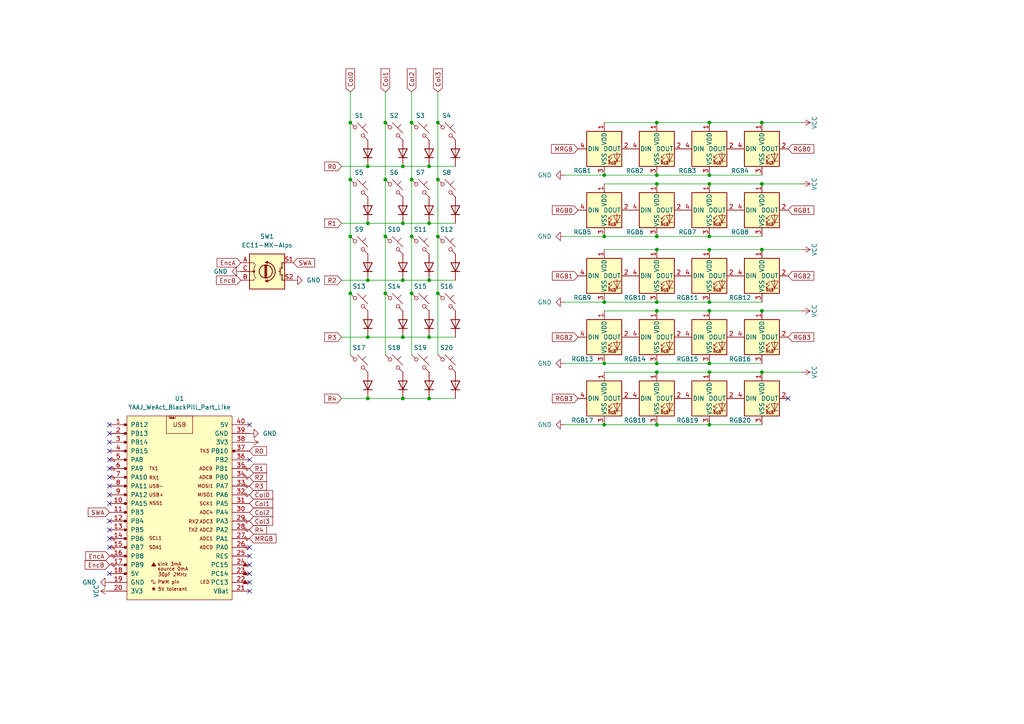
<source format=kicad_sch>
(kicad_sch (version 20230121) (generator eeschema)

  (uuid 6689a1d1-ea0a-41e0-9e77-ede33a83db01)

  (paper "A4")

  (lib_symbols
    (symbol "Diode:1N4148" (pin_numbers hide) (pin_names hide) (in_bom yes) (on_board yes)
      (property "Reference" "D" (at 0 2.54 0)
        (effects (font (size 1.27 1.27)))
      )
      (property "Value" "1N4148" (at 0 -2.54 0)
        (effects (font (size 1.27 1.27)))
      )
      (property "Footprint" "Diode_THT:D_DO-35_SOD27_P7.62mm_Horizontal" (at 0 0 0)
        (effects (font (size 1.27 1.27)) hide)
      )
      (property "Datasheet" "https://assets.nexperia.com/documents/data-sheet/1N4148_1N4448.pdf" (at 0 0 0)
        (effects (font (size 1.27 1.27)) hide)
      )
      (property "Sim.Device" "D" (at 0 0 0)
        (effects (font (size 1.27 1.27)) hide)
      )
      (property "Sim.Pins" "1=K 2=A" (at 0 0 0)
        (effects (font (size 1.27 1.27)) hide)
      )
      (property "ki_keywords" "diode" (at 0 0 0)
        (effects (font (size 1.27 1.27)) hide)
      )
      (property "ki_description" "100V 0.15A standard switching diode, DO-35" (at 0 0 0)
        (effects (font (size 1.27 1.27)) hide)
      )
      (property "ki_fp_filters" "D*DO?35*" (at 0 0 0)
        (effects (font (size 1.27 1.27)) hide)
      )
      (symbol "1N4148_0_1"
        (polyline
          (pts
            (xy -1.27 1.27)
            (xy -1.27 -1.27)
          )
          (stroke (width 0.254) (type default))
          (fill (type none))
        )
        (polyline
          (pts
            (xy 1.27 0)
            (xy -1.27 0)
          )
          (stroke (width 0) (type default))
          (fill (type none))
        )
        (polyline
          (pts
            (xy 1.27 1.27)
            (xy 1.27 -1.27)
            (xy -1.27 0)
            (xy 1.27 1.27)
          )
          (stroke (width 0.254) (type default))
          (fill (type none))
        )
      )
      (symbol "1N4148_1_1"
        (pin passive line (at -3.81 0 0) (length 2.54)
          (name "K" (effects (font (size 1.27 1.27))))
          (number "1" (effects (font (size 1.27 1.27))))
        )
        (pin passive line (at 3.81 0 180) (length 2.54)
          (name "A" (effects (font (size 1.27 1.27))))
          (number "2" (effects (font (size 1.27 1.27))))
        )
      )
    )
    (symbol "EC-11C:EC11-MX-Alps" (pin_names (offset 0.254) hide) (in_bom yes) (on_board yes)
      (property "Reference" "SW" (at 0 6.604 0)
        (effects (font (size 1.27 1.27)))
      )
      (property "Value" "EC11-MX-Alps" (at 0 -6.604 0)
        (effects (font (size 1.27 1.27)))
      )
      (property "Footprint" "" (at -3.81 4.064 0)
        (effects (font (size 1.27 1.27)) hide)
      )
      (property "Datasheet" "" (at 0 6.604 0)
        (effects (font (size 1.27 1.27)) hide)
      )
      (property "ki_fp_filters" "RotaryEncoder*Switch*" (at 0 0 0)
        (effects (font (size 1.27 1.27)) hide)
      )
      (symbol "EC11-MX-Alps_0_1"
        (rectangle (start -5.08 5.08) (end 5.08 -5.08)
          (stroke (width 0.254) (type solid))
          (fill (type background))
        )
        (circle (center -3.81 0) (radius 0.254)
          (stroke (width 0) (type solid))
          (fill (type outline))
        )
        (arc (start -0.381 -2.794) (mid 2.3376 -0.0635) (end -0.381 2.667)
          (stroke (width 0.254) (type solid))
          (fill (type none))
        )
        (circle (center -0.381 0) (radius 1.905)
          (stroke (width 0.254) (type solid))
          (fill (type none))
        )
        (polyline
          (pts
            (xy -0.635 -1.778)
            (xy -0.635 1.778)
          )
          (stroke (width 0.254) (type solid))
          (fill (type none))
        )
        (polyline
          (pts
            (xy -0.381 -1.778)
            (xy -0.381 1.778)
          )
          (stroke (width 0.254) (type solid))
          (fill (type none))
        )
        (polyline
          (pts
            (xy -0.127 1.778)
            (xy -0.127 -1.778)
          )
          (stroke (width 0.254) (type solid))
          (fill (type none))
        )
        (polyline
          (pts
            (xy 3.81 0)
            (xy 3.429 0)
          )
          (stroke (width 0.254) (type solid))
          (fill (type none))
        )
        (polyline
          (pts
            (xy 3.81 1.016)
            (xy 3.81 -1.016)
          )
          (stroke (width 0.254) (type solid))
          (fill (type none))
        )
        (polyline
          (pts
            (xy -5.08 -2.54)
            (xy -3.81 -2.54)
            (xy -3.81 -2.032)
          )
          (stroke (width 0) (type solid))
          (fill (type none))
        )
        (polyline
          (pts
            (xy -5.08 2.54)
            (xy -3.81 2.54)
            (xy -3.81 2.032)
          )
          (stroke (width 0) (type solid))
          (fill (type none))
        )
        (polyline
          (pts
            (xy 0.254 -3.048)
            (xy -0.508 -2.794)
            (xy 0.127 -2.413)
          )
          (stroke (width 0.254) (type solid))
          (fill (type none))
        )
        (polyline
          (pts
            (xy 0.254 2.921)
            (xy -0.508 2.667)
            (xy 0.127 2.286)
          )
          (stroke (width 0.254) (type solid))
          (fill (type none))
        )
        (polyline
          (pts
            (xy 5.08 -2.54)
            (xy 4.318 -2.54)
            (xy 4.318 -1.016)
          )
          (stroke (width 0.254) (type solid))
          (fill (type none))
        )
        (polyline
          (pts
            (xy 5.08 2.54)
            (xy 4.318 2.54)
            (xy 4.318 1.016)
          )
          (stroke (width 0.254) (type solid))
          (fill (type none))
        )
        (polyline
          (pts
            (xy -5.08 0)
            (xy -3.81 0)
            (xy -3.81 -1.016)
            (xy -3.302 -2.032)
          )
          (stroke (width 0) (type solid))
          (fill (type none))
        )
        (polyline
          (pts
            (xy -4.318 0)
            (xy -3.81 0)
            (xy -3.81 1.016)
            (xy -3.302 2.032)
          )
          (stroke (width 0) (type solid))
          (fill (type none))
        )
        (circle (center 4.318 -1.016) (radius 0.127)
          (stroke (width 0.254) (type solid))
          (fill (type none))
        )
        (circle (center 4.318 1.016) (radius 0.127)
          (stroke (width 0.254) (type solid))
          (fill (type none))
        )
      )
      (symbol "EC11-MX-Alps_1_1"
        (pin passive line (at -7.62 2.54 0) (length 2.54)
          (name "A" (effects (font (size 1.27 1.27))))
          (number "A" (effects (font (size 1.27 1.27))))
        )
        (pin passive line (at -7.62 -2.54 0) (length 2.54)
          (name "B" (effects (font (size 1.27 1.27))))
          (number "B" (effects (font (size 1.27 1.27))))
        )
        (pin passive line (at -7.62 0 0) (length 2.54)
          (name "C" (effects (font (size 1.27 1.27))))
          (number "C" (effects (font (size 1.27 1.27))))
        )
        (pin passive line (at 7.62 2.54 180) (length 2.54)
          (name "1" (effects (font (size 1.27 1.27))))
          (number "S1" (effects (font (size 1.27 1.27))))
        )
        (pin passive line (at 7.62 -2.54 180) (length 2.54)
          (name "S2" (effects (font (size 1.27 1.27))))
          (number "S2" (effects (font (size 1.27 1.27))))
        )
      )
    )
    (symbol "ScottoKeebs:LED_WS2812B" (pin_names (offset 0.254)) (in_bom yes) (on_board yes)
      (property "Reference" "D" (at 5.08 5.715 0)
        (effects (font (size 1.27 1.27)) (justify right bottom))
      )
      (property "Value" "LED_WS2812B" (at 1.27 -5.715 0)
        (effects (font (size 1.27 1.27)) (justify left top))
      )
      (property "Footprint" "ScottoKeebs_Components:LED_WS2812B" (at 1.27 -7.62 0)
        (effects (font (size 1.27 1.27)) (justify left top) hide)
      )
      (property "Datasheet" "https://cdn-shop.adafruit.com/datasheets/WS2812B.pdf" (at 2.54 -9.525 0)
        (effects (font (size 1.27 1.27)) (justify left top) hide)
      )
      (property "ki_keywords" "RGB LED NeoPixel addressable" (at 0 0 0)
        (effects (font (size 1.27 1.27)) hide)
      )
      (property "ki_description" "RGB LED with integrated controller" (at 0 0 0)
        (effects (font (size 1.27 1.27)) hide)
      )
      (property "ki_fp_filters" "LED*WS2812*PLCC*5.0x5.0mm*P3.2mm*" (at 0 0 0)
        (effects (font (size 1.27 1.27)) hide)
      )
      (symbol "LED_WS2812B_0_0"
        (text "RGB" (at 2.286 -4.191 0)
          (effects (font (size 0.762 0.762)))
        )
      )
      (symbol "LED_WS2812B_0_1"
        (polyline
          (pts
            (xy 1.27 -3.556)
            (xy 1.778 -3.556)
          )
          (stroke (width 0) (type default))
          (fill (type none))
        )
        (polyline
          (pts
            (xy 1.27 -2.54)
            (xy 1.778 -2.54)
          )
          (stroke (width 0) (type default))
          (fill (type none))
        )
        (polyline
          (pts
            (xy 4.699 -3.556)
            (xy 2.667 -3.556)
          )
          (stroke (width 0) (type default))
          (fill (type none))
        )
        (polyline
          (pts
            (xy 2.286 -2.54)
            (xy 1.27 -3.556)
            (xy 1.27 -3.048)
          )
          (stroke (width 0) (type default))
          (fill (type none))
        )
        (polyline
          (pts
            (xy 2.286 -1.524)
            (xy 1.27 -2.54)
            (xy 1.27 -2.032)
          )
          (stroke (width 0) (type default))
          (fill (type none))
        )
        (polyline
          (pts
            (xy 3.683 -1.016)
            (xy 3.683 -3.556)
            (xy 3.683 -4.064)
          )
          (stroke (width 0) (type default))
          (fill (type none))
        )
        (polyline
          (pts
            (xy 4.699 -1.524)
            (xy 2.667 -1.524)
            (xy 3.683 -3.556)
            (xy 4.699 -1.524)
          )
          (stroke (width 0) (type default))
          (fill (type none))
        )
        (rectangle (start 5.08 5.08) (end -5.08 -5.08)
          (stroke (width 0.254) (type default))
          (fill (type background))
        )
      )
      (symbol "LED_WS2812B_1_1"
        (pin power_in line (at 0 7.62 270) (length 2.54)
          (name "VDD" (effects (font (size 1.27 1.27))))
          (number "1" (effects (font (size 1.27 1.27))))
        )
        (pin output line (at 7.62 0 180) (length 2.54)
          (name "DOUT" (effects (font (size 1.27 1.27))))
          (number "2" (effects (font (size 1.27 1.27))))
        )
        (pin power_in line (at 0 -7.62 90) (length 2.54)
          (name "VSS" (effects (font (size 1.27 1.27))))
          (number "3" (effects (font (size 1.27 1.27))))
        )
        (pin input line (at -7.62 0 0) (length 2.54)
          (name "DIN" (effects (font (size 1.27 1.27))))
          (number "4" (effects (font (size 1.27 1.27))))
        )
      )
    )
    (symbol "ScottoKeebs:Placeholder_Keyswitch" (pin_numbers hide) (pin_names (offset 1.016) hide) (in_bom yes) (on_board yes)
      (property "Reference" "S" (at 3.048 1.016 0)
        (effects (font (size 1.27 1.27)) (justify left))
      )
      (property "Value" "Keyswitch" (at 0 -3.81 0)
        (effects (font (size 1.27 1.27)))
      )
      (property "Footprint" "" (at 0 0 0)
        (effects (font (size 1.27 1.27)) hide)
      )
      (property "Datasheet" "~" (at 0 0 0)
        (effects (font (size 1.27 1.27)) hide)
      )
      (property "ki_keywords" "switch normally-open pushbutton push-button" (at 0 0 0)
        (effects (font (size 1.27 1.27)) hide)
      )
      (property "ki_description" "Push button switch, normally open, two pins, 45° tilted" (at 0 0 0)
        (effects (font (size 1.27 1.27)) hide)
      )
      (symbol "Placeholder_Keyswitch_0_1"
        (circle (center -1.1684 1.1684) (radius 0.508)
          (stroke (width 0) (type default))
          (fill (type none))
        )
        (polyline
          (pts
            (xy -0.508 2.54)
            (xy 2.54 -0.508)
          )
          (stroke (width 0) (type default))
          (fill (type none))
        )
        (polyline
          (pts
            (xy 1.016 1.016)
            (xy 2.032 2.032)
          )
          (stroke (width 0) (type default))
          (fill (type none))
        )
        (polyline
          (pts
            (xy -2.54 2.54)
            (xy -1.524 1.524)
            (xy -1.524 1.524)
          )
          (stroke (width 0) (type default))
          (fill (type none))
        )
        (polyline
          (pts
            (xy 1.524 -1.524)
            (xy 2.54 -2.54)
            (xy 2.54 -2.54)
            (xy 2.54 -2.54)
          )
          (stroke (width 0) (type default))
          (fill (type none))
        )
        (circle (center 1.143 -1.1938) (radius 0.508)
          (stroke (width 0) (type default))
          (fill (type none))
        )
        (pin passive line (at -2.54 2.54 0) (length 0)
          (name "1" (effects (font (size 1.27 1.27))))
          (number "1" (effects (font (size 1.27 1.27))))
        )
        (pin passive line (at 2.54 -2.54 180) (length 0)
          (name "2" (effects (font (size 1.27 1.27))))
          (number "2" (effects (font (size 1.27 1.27))))
        )
      )
    )
    (symbol "YAAJ_WeAct_BlackPill_Part_Like:YAAJ_WeAct_BlackPill_Part_Like" (pin_names (offset 1.016)) (in_bom yes) (on_board yes)
      (property "Reference" "U" (at -12.7 27.94 0)
        (effects (font (size 1.27 1.27)))
      )
      (property "Value" "YAAJ_WeAct_BlackPill_Part_Like" (at 0 2.54 90)
        (effects (font (size 1.27 1.27)))
      )
      (property "Footprint" "Kicad-STM32:YAAJ_WeAct_BlackPill2" (at 0.254 -29.972 0)
        (effects (font (size 1.27 1.27)) hide)
      )
      (property "Datasheet" "" (at 17.78 -25.4 0)
        (effects (font (size 1.27 1.27)) hide)
      )
      (symbol "YAAJ_WeAct_BlackPill_Part_Like_0_0"
        (circle (center -15.748 -20.32) (radius 0.3556)
          (stroke (width 0) (type solid))
          (fill (type outline))
        )
        (circle (center -15.748 -17.78) (radius 0.3556)
          (stroke (width 0) (type solid))
          (fill (type outline))
        )
        (circle (center -15.748 -15.24) (radius 0.3556)
          (stroke (width 0) (type solid))
          (fill (type outline))
        )
        (circle (center -15.748 -12.7) (radius 0.3556)
          (stroke (width 0) (type solid))
          (fill (type outline))
        )
        (circle (center -15.748 -10.16) (radius 0.3556)
          (stroke (width 0) (type solid))
          (fill (type outline))
        )
        (circle (center -15.748 -7.62) (radius 0.3556)
          (stroke (width 0) (type solid))
          (fill (type outline))
        )
        (circle (center -15.748 -5.08) (radius 0.3556)
          (stroke (width 0) (type solid))
          (fill (type outline))
        )
        (circle (center -15.748 -2.54) (radius 0.3556)
          (stroke (width 0) (type solid))
          (fill (type outline))
        )
        (circle (center -15.748 0) (radius 0.3556)
          (stroke (width 0) (type solid))
          (fill (type outline))
        )
        (circle (center -15.748 2.54) (radius 0.3556)
          (stroke (width 0) (type solid))
          (fill (type outline))
        )
        (circle (center -15.748 5.08) (radius 0.3556)
          (stroke (width 0) (type solid))
          (fill (type outline))
        )
        (circle (center -15.748 7.62) (radius 0.3556)
          (stroke (width 0) (type solid))
          (fill (type outline))
        )
        (circle (center -15.748 10.16) (radius 0.3556)
          (stroke (width 0) (type solid))
          (fill (type outline))
        )
        (circle (center -15.748 12.7) (radius 0.3556)
          (stroke (width 0) (type solid))
          (fill (type outline))
        )
        (circle (center -15.748 15.24) (radius 0.3556)
          (stroke (width 0) (type solid))
          (fill (type outline))
        )
        (circle (center -15.748 17.78) (radius 0.3556)
          (stroke (width 0) (type solid))
          (fill (type outline))
        )
        (circle (center -15.748 22.86) (radius 0.3556)
          (stroke (width 0) (type solid))
          (fill (type outline))
        )
        (circle (center -7.493 -24.765) (radius 0.127)
          (stroke (width 0) (type solid))
          (fill (type outline))
        )
        (circle (center -7.493 -24.765) (radius 0.254)
          (stroke (width 0) (type solid))
          (fill (type none))
        )
        (circle (center -7.493 -24.765) (radius 0.3556)
          (stroke (width 0) (type solid))
          (fill (type none))
        )
        (polyline
          (pts
            (xy -8.128 -18.161)
            (xy -7.493 -17.145)
            (xy -6.858 -18.161)
            (xy -8.128 -18.161)
            (xy -7.493 -17.272)
            (xy -6.985 -18.161)
            (xy -8.001 -18.034)
            (xy -7.493 -17.399)
            (xy -7.112 -18.161)
            (xy -7.874 -17.907)
            (xy -7.366 -17.526)
            (xy -7.239 -18.161)
            (xy -7.747 -17.78)
            (xy -7.239 -17.653)
            (xy -7.366 -18.034)
            (xy -7.62 -17.78)
            (xy -7.366 -17.907)
            (xy -7.493 -17.653)
          )
          (stroke (width 0) (type solid))
          (fill (type none))
        )
        (polyline
          (pts
            (xy 18.415 -23.241)
            (xy 19.05 -22.225)
            (xy 19.685 -23.241)
            (xy 18.415 -23.241)
            (xy 19.05 -22.352)
            (xy 19.558 -23.241)
            (xy 18.542 -23.114)
            (xy 19.05 -22.479)
            (xy 19.431 -23.241)
            (xy 18.669 -22.987)
            (xy 19.177 -22.606)
            (xy 19.304 -23.241)
            (xy 18.796 -22.86)
            (xy 19.304 -22.733)
            (xy 19.177 -23.114)
            (xy 18.923 -22.86)
            (xy 19.177 -22.987)
            (xy 19.05 -22.733)
          )
          (stroke (width 0) (type solid))
          (fill (type none))
        )
        (polyline
          (pts
            (xy 18.415 -20.701)
            (xy 19.05 -19.685)
            (xy 19.685 -20.701)
            (xy 18.415 -20.701)
            (xy 19.05 -19.812)
            (xy 19.558 -20.701)
            (xy 18.542 -20.574)
            (xy 19.05 -19.939)
            (xy 19.431 -20.701)
            (xy 18.669 -20.447)
            (xy 19.177 -20.066)
            (xy 19.304 -20.701)
            (xy 18.796 -20.32)
            (xy 19.304 -20.193)
            (xy 19.177 -20.574)
            (xy 18.923 -20.32)
            (xy 19.177 -20.447)
            (xy 19.05 -20.193)
          )
          (stroke (width 0) (type solid))
          (fill (type none))
        )
        (polyline
          (pts
            (xy 18.415 -18.161)
            (xy 19.05 -17.145)
            (xy 19.685 -18.161)
            (xy 18.415 -18.161)
            (xy 19.05 -17.272)
            (xy 19.558 -18.161)
            (xy 18.542 -18.034)
            (xy 19.05 -17.399)
            (xy 19.431 -18.161)
            (xy 18.669 -17.907)
            (xy 19.177 -17.526)
            (xy 19.304 -18.161)
            (xy 18.796 -17.78)
            (xy 19.304 -17.653)
            (xy 19.177 -18.034)
            (xy 18.923 -17.78)
            (xy 19.177 -17.907)
            (xy 19.05 -17.653)
          )
          (stroke (width 0) (type solid))
          (fill (type none))
        )
        (circle (center 15.748 15.24) (radius 0.254)
          (stroke (width 0) (type solid))
          (fill (type outline))
        )
        (circle (center 15.748 15.24) (radius 0.3556)
          (stroke (width 0) (type solid))
          (fill (type none))
        )
        (text "30pF 2MHz" (at -2.032 -20.574 0)
          (effects (font (size 0.9906 0.9906)))
        )
        (text "5V tolerant" (at -2.032 -24.765 0)
          (effects (font (size 0.9906 0.9906)))
        )
        (text "ADC0" (at 7.747 -12.7 0)
          (effects (font (size 0.9906 0.9906)))
        )
        (text "ADC1" (at 7.747 -10.16 0)
          (effects (font (size 0.9906 0.9906)))
        )
        (text "ADC2" (at 7.747 -7.62 0)
          (effects (font (size 0.9906 0.9906)))
        )
        (text "ADC3" (at 7.747 -5.207 0)
          (effects (font (size 0.9906 0.9906)))
        )
        (text "ADC4" (at 7.747 -2.54 0)
          (effects (font (size 0.9906 0.9906)))
        )
        (text "ADC8" (at 7.62 7.62 0)
          (effects (font (size 0.9906 0.9906)))
        )
        (text "ADC9" (at 7.62 10.16 0)
          (effects (font (size 0.9906 0.9906)))
        )
        (text "LED" (at 7.366 -22.733 0)
          (effects (font (size 0.9906 0.9906)))
        )
        (text "MISO1" (at 7.493 2.54 0)
          (effects (font (size 0.9906 0.9906)))
        )
        (text "MOSI1" (at 7.493 5.08 0)
          (effects (font (size 0.9906 0.9906)))
        )
        (text "NSS1" (at -6.858 0.127 0)
          (effects (font (size 0.9906 0.9906)))
        )
        (text "PWM pin" (at -3.175 -22.733 0)
          (effects (font (size 0.9906 0.9906)))
        )
        (text "RX1" (at -7.366 7.493 0)
          (effects (font (size 0.9906 0.9906)))
        )
        (text "RX2" (at 4.064 -5.207 0)
          (effects (font (size 0.9906 0.9906)))
        )
        (text "SCK1" (at 7.747 0 0)
          (effects (font (size 0.9906 0.9906)))
        )
        (text "SCL1" (at -6.985 -10.033 0)
          (effects (font (size 0.9906 0.9906)))
        )
        (text "SDA1" (at -6.985 -12.7 0)
          (effects (font (size 0.9906 0.9906)))
        )
        (text "sink 3mA" (at -2.921 -17.526 0)
          (effects (font (size 0.9906 0.9906)))
        )
        (text "source 0mA" (at -1.905 -18.923 0)
          (effects (font (size 0.9906 0.9906)))
        )
        (text "TX1" (at -7.493 10.16 0)
          (effects (font (size 0.9906 0.9906)))
        )
        (text "TX2" (at 3.937 -7.62 0)
          (effects (font (size 0.9906 0.9906)))
        )
        (text "TX3" (at 7.239 15.24 0)
          (effects (font (size 0.9906 0.9906)))
        )
        (text "USB" (at 0 22.86 0)
          (effects (font (size 1.27 1.27)))
        )
        (text "USB+" (at -6.731 2.54 0)
          (effects (font (size 0.9906 0.9906)))
        )
        (text "USB-" (at -6.731 5.08 0)
          (effects (font (size 0.9906 0.9906)))
        )
        (text "Y@@J" (at -2.159 24.892 0)
          (effects (font (size 0.508 0.508)))
        )
      )
      (symbol "YAAJ_WeAct_BlackPill_Part_Like_0_1"
        (rectangle (start -15.24 25.4) (end 15.24 -27.94)
          (stroke (width 0) (type solid))
          (fill (type background))
        )
        (polyline
          (pts
            (xy -18.796 -17.78)
            (xy -18.796 -18.288)
            (xy -19.304 -18.288)
            (xy -19.304 -17.272)
            (xy -19.812 -17.272)
            (xy -19.812 -17.78)
          )
          (stroke (width 0) (type solid))
          (fill (type none))
        )
        (polyline
          (pts
            (xy -18.796 -15.24)
            (xy -18.796 -15.748)
            (xy -19.304 -15.748)
            (xy -19.304 -14.732)
            (xy -19.812 -14.732)
            (xy -19.812 -15.24)
          )
          (stroke (width 0) (type solid))
          (fill (type none))
        )
        (polyline
          (pts
            (xy -18.796 -12.7)
            (xy -18.796 -13.208)
            (xy -19.304 -13.208)
            (xy -19.304 -12.192)
            (xy -19.812 -12.192)
            (xy -19.812 -12.7)
          )
          (stroke (width 0) (type solid))
          (fill (type none))
        )
        (polyline
          (pts
            (xy -18.796 -10.16)
            (xy -18.796 -10.668)
            (xy -19.304 -10.668)
            (xy -19.304 -9.652)
            (xy -19.812 -9.652)
            (xy -19.812 -10.16)
          )
          (stroke (width 0) (type solid))
          (fill (type none))
        )
        (polyline
          (pts
            (xy -18.796 7.62)
            (xy -18.796 7.112)
            (xy -19.304 7.112)
            (xy -19.304 8.128)
            (xy -19.812 8.128)
            (xy -19.812 7.62)
          )
          (stroke (width 0) (type solid))
          (fill (type none))
        )
        (polyline
          (pts
            (xy -18.796 10.16)
            (xy -18.796 9.652)
            (xy -19.304 9.652)
            (xy -19.304 10.668)
            (xy -19.812 10.668)
            (xy -19.812 10.16)
          )
          (stroke (width 0) (type solid))
          (fill (type none))
        )
        (polyline
          (pts
            (xy -18.796 12.7)
            (xy -18.796 12.192)
            (xy -19.304 12.192)
            (xy -19.304 13.208)
            (xy -19.812 13.208)
            (xy -19.812 12.7)
          )
          (stroke (width 0) (type solid))
          (fill (type none))
        )
        (polyline
          (pts
            (xy -7.112 -22.733)
            (xy -7.112 -23.241)
            (xy -7.62 -23.241)
            (xy -7.62 -22.225)
            (xy -8.128 -22.225)
            (xy -8.128 -22.733)
          )
          (stroke (width 0) (type solid))
          (fill (type none))
        )
        (polyline
          (pts
            (xy 19.812 -12.7)
            (xy 19.812 -13.208)
            (xy 19.304 -13.208)
            (xy 19.304 -12.192)
            (xy 18.796 -12.192)
            (xy 18.796 -12.7)
          )
          (stroke (width 0) (type solid))
          (fill (type none))
        )
        (polyline
          (pts
            (xy 19.812 -10.16)
            (xy 19.812 -10.668)
            (xy 19.304 -10.668)
            (xy 19.304 -9.652)
            (xy 18.796 -9.652)
            (xy 18.796 -10.16)
          )
          (stroke (width 0) (type solid))
          (fill (type none))
        )
        (polyline
          (pts
            (xy 19.812 -7.62)
            (xy 19.812 -8.128)
            (xy 19.304 -8.128)
            (xy 19.304 -7.112)
            (xy 18.796 -7.112)
            (xy 18.796 -7.62)
          )
          (stroke (width 0) (type solid))
          (fill (type none))
        )
        (polyline
          (pts
            (xy 19.812 -5.08)
            (xy 19.812 -5.588)
            (xy 19.304 -5.588)
            (xy 19.304 -4.572)
            (xy 18.796 -4.572)
            (xy 18.796 -5.08)
          )
          (stroke (width 0) (type solid))
          (fill (type none))
        )
        (polyline
          (pts
            (xy 19.812 2.54)
            (xy 19.812 2.032)
            (xy 19.304 2.032)
            (xy 19.304 3.048)
            (xy 18.796 3.048)
            (xy 18.796 2.54)
          )
          (stroke (width 0) (type solid))
          (fill (type none))
        )
        (polyline
          (pts
            (xy 19.812 5.08)
            (xy 19.812 4.572)
            (xy 19.304 4.572)
            (xy 19.304 5.588)
            (xy 18.796 5.588)
            (xy 18.796 5.08)
          )
          (stroke (width 0) (type solid))
          (fill (type none))
        )
        (polyline
          (pts
            (xy 19.812 7.62)
            (xy 19.812 7.112)
            (xy 19.304 7.112)
            (xy 19.304 8.128)
            (xy 18.796 8.128)
            (xy 18.796 7.62)
          )
          (stroke (width 0) (type solid))
          (fill (type none))
        )
        (polyline
          (pts
            (xy 19.812 10.16)
            (xy 19.812 9.652)
            (xy 19.304 9.652)
            (xy 19.304 10.668)
            (xy 18.796 10.668)
            (xy 18.796 10.16)
          )
          (stroke (width 0) (type solid))
          (fill (type none))
        )
        (rectangle (start 3.81 25.4) (end -3.81 20.32)
          (stroke (width 0) (type solid))
          (fill (type none))
        )
      )
      (symbol "YAAJ_WeAct_BlackPill_Part_Like_1_1"
        (circle (center -15.748 20.32) (radius 0.3556)
          (stroke (width 0) (type solid))
          (fill (type outline))
        )
        (pin bidirectional line (at -20.32 22.86 0) (length 5.08)
          (name "PB12" (effects (font (size 1.27 1.27))))
          (number "1" (effects (font (size 1.27 1.27))))
        )
        (pin bidirectional line (at -20.32 0 0) (length 5.08)
          (name "PA15" (effects (font (size 1.27 1.27))))
          (number "10" (effects (font (size 1.27 1.27))))
        )
        (pin bidirectional line (at -20.32 -2.54 0) (length 5.08)
          (name "PB3" (effects (font (size 1.27 1.27))))
          (number "11" (effects (font (size 1.27 1.27))))
        )
        (pin bidirectional line (at -20.32 -5.08 0) (length 5.08)
          (name "PB4" (effects (font (size 1.27 1.27))))
          (number "12" (effects (font (size 1.27 1.27))))
        )
        (pin bidirectional line (at -20.32 -7.62 0) (length 5.08)
          (name "PB5" (effects (font (size 1.27 1.27))))
          (number "13" (effects (font (size 1.27 1.27))))
        )
        (pin bidirectional line (at -20.32 -10.16 0) (length 5.08)
          (name "PB6" (effects (font (size 1.27 1.27))))
          (number "14" (effects (font (size 1.27 1.27))))
        )
        (pin bidirectional line (at -20.32 -12.7 0) (length 5.08)
          (name "PB7" (effects (font (size 1.27 1.27))))
          (number "15" (effects (font (size 1.27 1.27))))
        )
        (pin bidirectional line (at -20.32 -15.24 0) (length 5.08)
          (name "PB8" (effects (font (size 1.27 1.27))))
          (number "16" (effects (font (size 1.27 1.27))))
        )
        (pin bidirectional line (at -20.32 -17.78 0) (length 5.08)
          (name "PB9" (effects (font (size 1.27 1.27))))
          (number "17" (effects (font (size 1.27 1.27))))
        )
        (pin power_in line (at -20.32 -20.32 0) (length 5.08)
          (name "5V" (effects (font (size 1.27 1.27))))
          (number "18" (effects (font (size 1.27 1.27))))
        )
        (pin power_in line (at -20.32 -22.86 0) (length 5.08)
          (name "GND" (effects (font (size 1.27 1.27))))
          (number "19" (effects (font (size 1.27 1.27))))
        )
        (pin bidirectional line (at -20.32 20.32 0) (length 5.08)
          (name "PB13" (effects (font (size 1.27 1.27))))
          (number "2" (effects (font (size 1.27 1.27))))
        )
        (pin power_in line (at -20.32 -25.4 0) (length 5.08)
          (name "3V3" (effects (font (size 1.27 1.27))))
          (number "20" (effects (font (size 1.27 1.27))))
        )
        (pin power_in line (at 20.32 -25.4 180) (length 5.08)
          (name "VBat" (effects (font (size 1.27 1.27))))
          (number "21" (effects (font (size 1.27 1.27))))
        )
        (pin bidirectional line (at 20.32 -22.86 180) (length 5.08)
          (name "PC13" (effects (font (size 1.27 1.27))))
          (number "22" (effects (font (size 1.27 1.27))))
        )
        (pin bidirectional line (at 20.32 -20.32 180) (length 5.08)
          (name "PC14" (effects (font (size 1.27 1.27))))
          (number "23" (effects (font (size 1.27 1.27))))
        )
        (pin bidirectional line (at 20.32 -17.78 180) (length 5.08)
          (name "PC15" (effects (font (size 1.27 1.27))))
          (number "24" (effects (font (size 1.27 1.27))))
        )
        (pin input line (at 20.32 -15.24 180) (length 5.08)
          (name "RES" (effects (font (size 1.27 1.27))))
          (number "25" (effects (font (size 1.27 1.27))))
        )
        (pin bidirectional line (at 20.32 -12.7 180) (length 5.08)
          (name "PA0" (effects (font (size 1.27 1.27))))
          (number "26" (effects (font (size 1.27 1.27))))
        )
        (pin bidirectional line (at 20.32 -10.16 180) (length 5.08)
          (name "PA1" (effects (font (size 1.27 1.27))))
          (number "27" (effects (font (size 1.27 1.27))))
        )
        (pin bidirectional line (at 20.32 -7.62 180) (length 5.08)
          (name "PA2" (effects (font (size 1.27 1.27))))
          (number "28" (effects (font (size 1.27 1.27))))
        )
        (pin bidirectional line (at 20.32 -5.08 180) (length 5.08)
          (name "PA3" (effects (font (size 1.27 1.27))))
          (number "29" (effects (font (size 1.27 1.27))))
        )
        (pin bidirectional line (at -20.32 17.78 0) (length 5.08)
          (name "PB14" (effects (font (size 1.27 1.27))))
          (number "3" (effects (font (size 1.27 1.27))))
        )
        (pin bidirectional line (at 20.32 -2.54 180) (length 5.08)
          (name "PA4" (effects (font (size 1.27 1.27))))
          (number "30" (effects (font (size 1.27 1.27))))
        )
        (pin bidirectional line (at 20.32 0 180) (length 5.08)
          (name "PA5" (effects (font (size 1.27 1.27))))
          (number "31" (effects (font (size 1.27 1.27))))
        )
        (pin bidirectional line (at 20.32 2.54 180) (length 5.08)
          (name "PA6" (effects (font (size 1.27 1.27))))
          (number "32" (effects (font (size 1.27 1.27))))
        )
        (pin bidirectional line (at 20.32 5.08 180) (length 5.08)
          (name "PA7" (effects (font (size 1.27 1.27))))
          (number "33" (effects (font (size 1.27 1.27))))
        )
        (pin bidirectional line (at 20.32 7.62 180) (length 5.08)
          (name "PB0" (effects (font (size 1.27 1.27))))
          (number "34" (effects (font (size 1.27 1.27))))
        )
        (pin bidirectional line (at 20.32 10.16 180) (length 5.08)
          (name "PB1" (effects (font (size 1.27 1.27))))
          (number "35" (effects (font (size 1.27 1.27))))
        )
        (pin bidirectional line (at 20.32 12.7 180) (length 5.08)
          (name "PB2" (effects (font (size 1.27 1.27))))
          (number "36" (effects (font (size 1.27 1.27))))
        )
        (pin bidirectional line (at 20.32 15.24 180) (length 5.08)
          (name "PB10" (effects (font (size 1.27 1.27))))
          (number "37" (effects (font (size 1.27 1.27))))
        )
        (pin power_in line (at 20.32 17.78 180) (length 5.08)
          (name "3V3" (effects (font (size 1.27 1.27))))
          (number "38" (effects (font (size 1.27 1.27))))
        )
        (pin power_in line (at 20.32 20.32 180) (length 5.08)
          (name "GND" (effects (font (size 1.27 1.27))))
          (number "39" (effects (font (size 1.27 1.27))))
        )
        (pin bidirectional line (at -20.32 15.24 0) (length 5.08)
          (name "PB15" (effects (font (size 1.27 1.27))))
          (number "4" (effects (font (size 1.27 1.27))))
        )
        (pin power_in line (at 20.32 22.86 180) (length 5.08)
          (name "5V" (effects (font (size 1.27 1.27))))
          (number "40" (effects (font (size 1.27 1.27))))
        )
        (pin bidirectional line (at -20.32 12.7 0) (length 5.08)
          (name "PA8" (effects (font (size 1.27 1.27))))
          (number "5" (effects (font (size 1.27 1.27))))
        )
        (pin bidirectional line (at -20.32 10.16 0) (length 5.08)
          (name "PA9" (effects (font (size 1.27 1.27))))
          (number "6" (effects (font (size 1.27 1.27))))
        )
        (pin bidirectional line (at -20.32 7.62 0) (length 5.08)
          (name "PA10" (effects (font (size 1.27 1.27))))
          (number "7" (effects (font (size 1.27 1.27))))
        )
        (pin bidirectional line (at -20.32 5.08 0) (length 5.08)
          (name "PA11" (effects (font (size 1.27 1.27))))
          (number "8" (effects (font (size 1.27 1.27))))
        )
        (pin bidirectional line (at -20.32 2.54 0) (length 5.08)
          (name "PA12" (effects (font (size 1.27 1.27))))
          (number "9" (effects (font (size 1.27 1.27))))
        )
      )
    )
    (symbol "power:GND" (power) (pin_names (offset 0)) (in_bom yes) (on_board yes)
      (property "Reference" "#PWR" (at 0 -6.35 0)
        (effects (font (size 1.27 1.27)) hide)
      )
      (property "Value" "GND" (at 0 -3.81 0)
        (effects (font (size 1.27 1.27)))
      )
      (property "Footprint" "" (at 0 0 0)
        (effects (font (size 1.27 1.27)) hide)
      )
      (property "Datasheet" "" (at 0 0 0)
        (effects (font (size 1.27 1.27)) hide)
      )
      (property "ki_keywords" "global power" (at 0 0 0)
        (effects (font (size 1.27 1.27)) hide)
      )
      (property "ki_description" "Power symbol creates a global label with name \"GND\" , ground" (at 0 0 0)
        (effects (font (size 1.27 1.27)) hide)
      )
      (symbol "GND_0_1"
        (polyline
          (pts
            (xy 0 0)
            (xy 0 -1.27)
            (xy 1.27 -1.27)
            (xy 0 -2.54)
            (xy -1.27 -1.27)
            (xy 0 -1.27)
          )
          (stroke (width 0) (type default))
          (fill (type none))
        )
      )
      (symbol "GND_1_1"
        (pin power_in line (at 0 0 270) (length 0) hide
          (name "GND" (effects (font (size 1.27 1.27))))
          (number "1" (effects (font (size 1.27 1.27))))
        )
      )
    )
    (symbol "power:VCC" (power) (pin_names (offset 0)) (in_bom yes) (on_board yes)
      (property "Reference" "#PWR" (at 0 -3.81 0)
        (effects (font (size 1.27 1.27)) hide)
      )
      (property "Value" "VCC" (at 0 3.81 0)
        (effects (font (size 1.27 1.27)))
      )
      (property "Footprint" "" (at 0 0 0)
        (effects (font (size 1.27 1.27)) hide)
      )
      (property "Datasheet" "" (at 0 0 0)
        (effects (font (size 1.27 1.27)) hide)
      )
      (property "ki_keywords" "global power" (at 0 0 0)
        (effects (font (size 1.27 1.27)) hide)
      )
      (property "ki_description" "Power symbol creates a global label with name \"VCC\"" (at 0 0 0)
        (effects (font (size 1.27 1.27)) hide)
      )
      (symbol "VCC_0_1"
        (polyline
          (pts
            (xy -0.762 1.27)
            (xy 0 2.54)
          )
          (stroke (width 0) (type default))
          (fill (type none))
        )
        (polyline
          (pts
            (xy 0 0)
            (xy 0 2.54)
          )
          (stroke (width 0) (type default))
          (fill (type none))
        )
        (polyline
          (pts
            (xy 0 2.54)
            (xy 0.762 1.27)
          )
          (stroke (width 0) (type default))
          (fill (type none))
        )
      )
      (symbol "VCC_1_1"
        (pin power_in line (at 0 0 90) (length 0) hide
          (name "VCC" (effects (font (size 1.27 1.27))))
          (number "1" (effects (font (size 1.27 1.27))))
        )
      )
    )
  )

  (junction (at 220.98 107.95) (diameter 0) (color 0 0 0 0)
    (uuid 068ba58b-a177-480d-b090-1946f65c2964)
  )
  (junction (at 127 68.58) (diameter 0) (color 0 0 0 0)
    (uuid 06d28ac8-3ef9-4da3-83e1-2a87066aa984)
  )
  (junction (at 111.76 68.58) (diameter 0) (color 0 0 0 0)
    (uuid 084b9eae-ed96-4ca4-a76d-8b01567c76b3)
  )
  (junction (at 205.74 107.95) (diameter 0) (color 0 0 0 0)
    (uuid 0a2f565a-52b8-48db-aee6-4289cc2fa84d)
  )
  (junction (at 220.98 35.56) (diameter 0) (color 0 0 0 0)
    (uuid 0c2f6cf5-d8e2-412b-bcbd-44fb65b1ea97)
  )
  (junction (at 205.74 105.41) (diameter 0) (color 0 0 0 0)
    (uuid 0ee5153b-eae7-448a-9a85-3783dc56f96f)
  )
  (junction (at 175.26 123.19) (diameter 0) (color 0 0 0 0)
    (uuid 1e900d9d-d1d5-4e0e-bfb3-0287e8a0a1f7)
  )
  (junction (at 190.5 87.63) (diameter 0) (color 0 0 0 0)
    (uuid 1f06ec33-0aeb-448b-aa7c-6a064782c910)
  )
  (junction (at 111.76 52.07) (diameter 0) (color 0 0 0 0)
    (uuid 2338ba38-ff7a-49b5-8b31-0bbfbb24c1f5)
  )
  (junction (at 190.5 35.56) (diameter 0) (color 0 0 0 0)
    (uuid 28891b45-551c-4e48-9263-3cc0e7980e69)
  )
  (junction (at 205.74 50.8) (diameter 0) (color 0 0 0 0)
    (uuid 2f814b0f-1ade-46c9-9ed8-f4590264a944)
  )
  (junction (at 205.74 35.56) (diameter 0) (color 0 0 0 0)
    (uuid 34041456-3a21-4663-a07f-c6c51576c429)
  )
  (junction (at 116.84 64.77) (diameter 0) (color 0 0 0 0)
    (uuid 3de5ede4-2993-4152-a853-3874f3e1dd32)
  )
  (junction (at 205.74 123.19) (diameter 0) (color 0 0 0 0)
    (uuid 43a574dc-af81-4264-8853-0a65cb4a3c1b)
  )
  (junction (at 119.38 52.07) (diameter 0) (color 0 0 0 0)
    (uuid 4c05f0a5-631c-4640-832b-8c949a29321a)
  )
  (junction (at 101.6 68.58) (diameter 0) (color 0 0 0 0)
    (uuid 4cb9e3b2-829f-4499-b1c3-0fc6056e4248)
  )
  (junction (at 106.68 48.26) (diameter 0) (color 0 0 0 0)
    (uuid 53b4af4d-2594-4f19-8f38-f7dded1cbcfd)
  )
  (junction (at 205.74 68.58) (diameter 0) (color 0 0 0 0)
    (uuid 53d699b4-7e95-4bc9-b453-8cd188d820cc)
  )
  (junction (at 205.74 87.63) (diameter 0) (color 0 0 0 0)
    (uuid 60958930-a727-4331-86c0-cd8a9cd11d76)
  )
  (junction (at 106.68 115.57) (diameter 0) (color 0 0 0 0)
    (uuid 6211f63d-1aa2-4661-a718-8a232cc90485)
  )
  (junction (at 127 52.07) (diameter 0) (color 0 0 0 0)
    (uuid 678eb870-b918-4072-9e13-263edd31039b)
  )
  (junction (at 190.5 72.39) (diameter 0) (color 0 0 0 0)
    (uuid 68d15ae0-73bc-41b9-b605-7be264b330b4)
  )
  (junction (at 116.84 97.79) (diameter 0) (color 0 0 0 0)
    (uuid 6f7c2377-fa44-4049-871b-d24a17cf0294)
  )
  (junction (at 175.26 87.63) (diameter 0) (color 0 0 0 0)
    (uuid 6f8824b8-be2a-47e7-ace4-933b39f47477)
  )
  (junction (at 111.76 85.09) (diameter 0) (color 0 0 0 0)
    (uuid 70db4b8e-fa52-4883-bba1-63a7d10df694)
  )
  (junction (at 124.46 64.77) (diameter 0) (color 0 0 0 0)
    (uuid 7a3c6572-1faf-4796-8f5a-3e8eef7c3662)
  )
  (junction (at 127 85.09) (diameter 0) (color 0 0 0 0)
    (uuid 86b6eebb-6c63-4564-a417-53b9e3db32f4)
  )
  (junction (at 101.6 85.09) (diameter 0) (color 0 0 0 0)
    (uuid 8a67e65e-f7c3-4427-9c0e-348a790890cc)
  )
  (junction (at 175.26 50.8) (diameter 0) (color 0 0 0 0)
    (uuid 91c03a50-ec41-432b-b775-4b28fbb0b90f)
  )
  (junction (at 220.98 72.39) (diameter 0) (color 0 0 0 0)
    (uuid 93016392-1034-421c-aa04-45fcf116ca5b)
  )
  (junction (at 205.74 72.39) (diameter 0) (color 0 0 0 0)
    (uuid 977059cc-195e-44f1-8274-2d81ede1fbc6)
  )
  (junction (at 190.5 68.58) (diameter 0) (color 0 0 0 0)
    (uuid 98445d40-5ecb-4902-921a-ba6732d336fe)
  )
  (junction (at 190.5 123.19) (diameter 0) (color 0 0 0 0)
    (uuid 9beb3349-ac1a-42c7-8197-c1e75816f0b4)
  )
  (junction (at 124.46 97.79) (diameter 0) (color 0 0 0 0)
    (uuid a39d2154-e7fc-4fac-ba89-58a5769639ab)
  )
  (junction (at 190.5 50.8) (diameter 0) (color 0 0 0 0)
    (uuid a535ae1c-2590-4abf-b554-7b202d353ecb)
  )
  (junction (at 190.5 53.34) (diameter 0) (color 0 0 0 0)
    (uuid a75cc909-8339-454a-9827-7b0f319bca6a)
  )
  (junction (at 119.38 68.58) (diameter 0) (color 0 0 0 0)
    (uuid a7906f7e-8e4c-4c1a-a379-d1bee0ba9769)
  )
  (junction (at 111.76 35.56) (diameter 0) (color 0 0 0 0)
    (uuid aa615cd1-088e-442a-b1f1-c893850d76aa)
  )
  (junction (at 106.68 81.28) (diameter 0) (color 0 0 0 0)
    (uuid aa6f93e4-ad0d-404f-a135-3657ce60bea9)
  )
  (junction (at 101.6 35.56) (diameter 0) (color 0 0 0 0)
    (uuid afa75011-97a0-4743-93e1-64f13ae6536e)
  )
  (junction (at 175.26 105.41) (diameter 0) (color 0 0 0 0)
    (uuid b6a4ed30-72a2-466e-93d0-d407a3036ac2)
  )
  (junction (at 205.74 53.34) (diameter 0) (color 0 0 0 0)
    (uuid b8e131b6-1ce3-479a-961c-3f79a93b56dd)
  )
  (junction (at 124.46 48.26) (diameter 0) (color 0 0 0 0)
    (uuid bc3a95ab-78ab-499e-91e7-83e393d177e1)
  )
  (junction (at 205.74 90.17) (diameter 0) (color 0 0 0 0)
    (uuid bd02ef2a-3202-45c4-94e2-e285c1121889)
  )
  (junction (at 190.5 107.95) (diameter 0) (color 0 0 0 0)
    (uuid bd39d50a-61bb-4601-b66e-2195a533d448)
  )
  (junction (at 101.6 52.07) (diameter 0) (color 0 0 0 0)
    (uuid c10614c7-b6b4-47a0-a727-5e7bf4d97f8e)
  )
  (junction (at 175.26 68.58) (diameter 0) (color 0 0 0 0)
    (uuid c36c0970-1678-47d1-9ac9-555c95491012)
  )
  (junction (at 116.84 115.57) (diameter 0) (color 0 0 0 0)
    (uuid c6d7af33-cb81-4da6-91cb-68c18c5822f6)
  )
  (junction (at 106.68 97.79) (diameter 0) (color 0 0 0 0)
    (uuid c84b79be-eb2d-49e9-8f16-a7292381252a)
  )
  (junction (at 127 35.56) (diameter 0) (color 0 0 0 0)
    (uuid c8661370-ca8e-4b2d-92ed-c8bbcec46785)
  )
  (junction (at 190.5 105.41) (diameter 0) (color 0 0 0 0)
    (uuid c8f087f8-4c12-4ade-a41d-44bd0c89ed96)
  )
  (junction (at 124.46 81.28) (diameter 0) (color 0 0 0 0)
    (uuid cceaf71f-5c71-48a4-a7b1-e57c2b5795f2)
  )
  (junction (at 220.98 90.17) (diameter 0) (color 0 0 0 0)
    (uuid ce1d1ead-074f-4e05-b725-ccf80d95475b)
  )
  (junction (at 116.84 48.26) (diameter 0) (color 0 0 0 0)
    (uuid cfc913d1-6342-4d92-946c-0de10b2d7900)
  )
  (junction (at 116.84 81.28) (diameter 0) (color 0 0 0 0)
    (uuid d206411a-4e30-4d6d-969c-1b72d6a51cc4)
  )
  (junction (at 119.38 35.56) (diameter 0) (color 0 0 0 0)
    (uuid d3827a1a-c0e2-4737-8983-8646522d6d48)
  )
  (junction (at 119.38 85.09) (diameter 0) (color 0 0 0 0)
    (uuid d74bcdf9-32eb-4a08-b041-3229a4c8633f)
  )
  (junction (at 124.46 115.57) (diameter 0) (color 0 0 0 0)
    (uuid d844bebd-d562-416f-bbf0-ad386d9c7efe)
  )
  (junction (at 190.5 90.17) (diameter 0) (color 0 0 0 0)
    (uuid ddc28e33-cf99-43bc-920d-496c8d1f97b2)
  )
  (junction (at 220.98 53.34) (diameter 0) (color 0 0 0 0)
    (uuid eb283588-e899-4a64-8cdc-5f8daae4724d)
  )
  (junction (at 106.68 64.77) (diameter 0) (color 0 0 0 0)
    (uuid ef750015-6961-4737-ba3a-188c581ff478)
  )

  (no_connect (at 31.75 158.75) (uuid 0e246299-171f-4082-bd3b-02a4faba892f))
  (no_connect (at 31.75 135.89) (uuid 133a9344-4549-4b9f-a26b-26d62a6778c6))
  (no_connect (at 31.75 156.21) (uuid 1a0c9fc3-440f-41fb-a963-5b0ea290eed4))
  (no_connect (at 31.75 146.05) (uuid 1c2d30c3-bc70-4bb2-81d5-664cb74e8286))
  (no_connect (at 72.39 171.45) (uuid 1dc1fc4f-27ed-4b60-9810-92875a6e761c))
  (no_connect (at 72.39 168.91) (uuid 2effb43c-18f7-4f9e-9ad0-029c3867fcbe))
  (no_connect (at 31.75 140.97) (uuid 40e109ef-850a-40d5-87d2-24dd6c0f8c49))
  (no_connect (at 31.75 143.51) (uuid 51451c8a-dd90-40c8-ae9c-702dac8e68c8))
  (no_connect (at 72.39 158.75) (uuid 544aee38-a094-489b-9f19-cb951bff649c))
  (no_connect (at 228.6 115.57) (uuid 586e018f-58e2-43e6-9a40-9f5b785b417a))
  (no_connect (at 72.39 163.83) (uuid 6affaf9f-51b3-439b-ac1f-03ce64eb22aa))
  (no_connect (at 31.75 123.19) (uuid 6b4e79bc-6eb2-4f2d-80b7-f6160868a0e0))
  (no_connect (at 31.75 130.81) (uuid 7235fbb7-42bb-4053-87d8-806f8f3a9039))
  (no_connect (at 31.75 151.13) (uuid 7b161e07-249a-41ca-9adc-11a8c587cc88))
  (no_connect (at 31.75 138.43) (uuid 894d06c6-ef16-4213-b60c-014f944ae692))
  (no_connect (at 31.75 133.35) (uuid 89ca7372-3245-47be-93a0-1df8f7e059a5))
  (no_connect (at 72.39 133.35) (uuid 8ffcc9dd-0934-4615-a941-6e8c654a6ab6))
  (no_connect (at 72.39 166.37) (uuid 907eecca-65f7-43d5-8f58-5fc000596e96))
  (no_connect (at 31.75 153.67) (uuid 95785b73-bdf9-478f-9a85-0e6f5dcd9ba3))
  (no_connect (at 31.75 125.73) (uuid a4613529-9cf9-4e78-92c3-7a1b50efe7ce))
  (no_connect (at 72.39 161.29) (uuid a96e94b5-a7ce-4e1b-a8c5-a0f928a1e65f))
  (no_connect (at 72.39 123.19) (uuid b3dd5099-e6f4-4ced-af52-602714bfb1db))
  (no_connect (at 31.75 128.27) (uuid babc5504-b644-4afe-9354-6bccbf50203a))
  (no_connect (at 31.75 166.37) (uuid c35279d2-10f8-4731-ab3c-9230793ba88b))

  (wire (pts (xy 119.38 35.56) (xy 119.38 52.07))
    (stroke (width 0) (type default))
    (uuid 01799df1-2673-42ec-9565-caca4a5b6730)
  )
  (wire (pts (xy 175.26 90.17) (xy 190.5 90.17))
    (stroke (width 0) (type default))
    (uuid 053c496c-f955-4c87-9006-6bb8ade31e02)
  )
  (wire (pts (xy 119.38 68.58) (xy 119.38 85.09))
    (stroke (width 0) (type default))
    (uuid 0e167de3-4963-4047-8188-1a3dfc52b71a)
  )
  (wire (pts (xy 190.5 53.34) (xy 205.74 53.34))
    (stroke (width 0) (type default))
    (uuid 0f4a06b8-eeca-42f7-8791-4540df6c995b)
  )
  (wire (pts (xy 220.98 72.39) (xy 232.41 72.39))
    (stroke (width 0) (type default))
    (uuid 102a75a0-35c8-4acd-b592-ff8ccdd4da78)
  )
  (wire (pts (xy 163.83 87.63) (xy 175.26 87.63))
    (stroke (width 0) (type default))
    (uuid 14a19b14-8d6a-4344-a78a-944ba6d03ca2)
  )
  (wire (pts (xy 190.5 68.58) (xy 205.74 68.58))
    (stroke (width 0) (type default))
    (uuid 15f28cf5-d700-426d-821e-231036807e35)
  )
  (wire (pts (xy 220.98 90.17) (xy 232.41 90.17))
    (stroke (width 0) (type default))
    (uuid 18154d44-a5bb-4a4e-9865-ef7ed89e4e56)
  )
  (wire (pts (xy 163.83 68.58) (xy 175.26 68.58))
    (stroke (width 0) (type default))
    (uuid 1aeaa95b-a8d2-4801-a725-37b20c687bfb)
  )
  (wire (pts (xy 175.26 87.63) (xy 190.5 87.63))
    (stroke (width 0) (type default))
    (uuid 1cc9d42f-9535-4207-bdb2-7d9ff94ec0bb)
  )
  (wire (pts (xy 190.5 87.63) (xy 205.74 87.63))
    (stroke (width 0) (type default))
    (uuid 2207baca-ce82-41e9-83a6-dd3280224c34)
  )
  (wire (pts (xy 119.38 52.07) (xy 119.38 68.58))
    (stroke (width 0) (type default))
    (uuid 2334cdd9-422c-4fca-8292-602931a8b733)
  )
  (wire (pts (xy 205.74 72.39) (xy 220.98 72.39))
    (stroke (width 0) (type default))
    (uuid 252c938b-71ea-41ad-81b0-33e0fe9b106d)
  )
  (wire (pts (xy 163.83 105.41) (xy 175.26 105.41))
    (stroke (width 0) (type default))
    (uuid 2a43c798-165a-471e-abbf-c447ab2f7ce1)
  )
  (wire (pts (xy 106.68 97.79) (xy 116.84 97.79))
    (stroke (width 0) (type default))
    (uuid 2d1f7a6e-de55-466d-a2a0-64c3ae10ef6d)
  )
  (wire (pts (xy 124.46 81.28) (xy 132.08 81.28))
    (stroke (width 0) (type default))
    (uuid 368c8fbd-5021-4c3f-8cef-53ce07a6e0a4)
  )
  (wire (pts (xy 124.46 48.26) (xy 132.08 48.26))
    (stroke (width 0) (type default))
    (uuid 394f7150-fd4b-44d8-abe2-99bb765207db)
  )
  (wire (pts (xy 220.98 35.56) (xy 232.41 35.56))
    (stroke (width 0) (type default))
    (uuid 3a7bf495-a539-41ea-b1b4-908ad7896d11)
  )
  (wire (pts (xy 205.74 105.41) (xy 220.98 105.41))
    (stroke (width 0) (type default))
    (uuid 3d75db17-fba1-470a-b75e-625117621e73)
  )
  (wire (pts (xy 116.84 64.77) (xy 124.46 64.77))
    (stroke (width 0) (type default))
    (uuid 3d93db5e-c3a4-44c1-8e39-1f5814f79aa0)
  )
  (wire (pts (xy 127 85.09) (xy 127 102.87))
    (stroke (width 0) (type default))
    (uuid 4027c0bb-c864-4dca-85f6-f325061c6e7b)
  )
  (wire (pts (xy 101.6 68.58) (xy 101.6 85.09))
    (stroke (width 0) (type default))
    (uuid 402da92f-bf3f-4fee-818d-5000c3ba6b38)
  )
  (wire (pts (xy 106.68 64.77) (xy 116.84 64.77))
    (stroke (width 0) (type default))
    (uuid 41fc4461-916e-40fe-953c-dd4c6aa54bd7)
  )
  (wire (pts (xy 190.5 50.8) (xy 205.74 50.8))
    (stroke (width 0) (type default))
    (uuid 4a99f58e-75ad-407e-8905-110e0f982bda)
  )
  (wire (pts (xy 106.68 81.28) (xy 116.84 81.28))
    (stroke (width 0) (type default))
    (uuid 4d34f4a2-f8a4-44a4-990a-84dc2f5cf63b)
  )
  (wire (pts (xy 175.26 105.41) (xy 190.5 105.41))
    (stroke (width 0) (type default))
    (uuid 4de9bc67-d03a-4c89-a1bd-65da6a7b18f2)
  )
  (wire (pts (xy 116.84 81.28) (xy 124.46 81.28))
    (stroke (width 0) (type default))
    (uuid 4ea0d820-6cee-4152-9eaa-182f8d16b350)
  )
  (wire (pts (xy 175.26 68.58) (xy 190.5 68.58))
    (stroke (width 0) (type default))
    (uuid 4ee9e949-5c17-45c1-a3db-e869b1d52f84)
  )
  (wire (pts (xy 127 26.67) (xy 127 35.56))
    (stroke (width 0) (type default))
    (uuid 55212198-5d61-4c91-9ac8-dc95b1ce5382)
  )
  (wire (pts (xy 101.6 85.09) (xy 101.6 102.87))
    (stroke (width 0) (type default))
    (uuid 5879a992-a839-43ab-b9ae-bf8b0c09e46f)
  )
  (wire (pts (xy 119.38 85.09) (xy 119.38 102.87))
    (stroke (width 0) (type default))
    (uuid 5d7e04e5-8763-42f7-b92c-675f55ac5356)
  )
  (wire (pts (xy 190.5 105.41) (xy 205.74 105.41))
    (stroke (width 0) (type default))
    (uuid 5ee8c62e-1752-4d37-b771-5546fe4bcab1)
  )
  (wire (pts (xy 205.74 50.8) (xy 220.98 50.8))
    (stroke (width 0) (type default))
    (uuid 5f6474de-61a2-499c-9486-ffda67d33bf0)
  )
  (wire (pts (xy 116.84 115.57) (xy 124.46 115.57))
    (stroke (width 0) (type default))
    (uuid 6747794b-dc72-435c-99ca-91aefd2a0e44)
  )
  (wire (pts (xy 175.26 53.34) (xy 190.5 53.34))
    (stroke (width 0) (type default))
    (uuid 6c0ebcf1-52c8-4652-b161-3ab2fccc9b48)
  )
  (wire (pts (xy 111.76 85.09) (xy 111.76 102.87))
    (stroke (width 0) (type default))
    (uuid 6c1a465e-8719-4847-978f-4f6545e720d5)
  )
  (wire (pts (xy 205.74 68.58) (xy 220.98 68.58))
    (stroke (width 0) (type default))
    (uuid 738fd562-ada0-4ecd-a76f-82c28449832d)
  )
  (wire (pts (xy 205.74 87.63) (xy 220.98 87.63))
    (stroke (width 0) (type default))
    (uuid 7fd156f0-7f3c-4f10-87f8-b9d971352e9c)
  )
  (wire (pts (xy 124.46 115.57) (xy 132.08 115.57))
    (stroke (width 0) (type default))
    (uuid 82dc299d-da71-450f-9403-5ba346c4b0da)
  )
  (wire (pts (xy 106.68 97.79) (xy 99.06 97.79))
    (stroke (width 0) (type default))
    (uuid 83b716fe-80d0-40d3-a4cb-d5ce057d154c)
  )
  (wire (pts (xy 127 68.58) (xy 127 85.09))
    (stroke (width 0) (type default))
    (uuid 86416466-43ef-452b-874d-f7adde781c49)
  )
  (wire (pts (xy 175.26 123.19) (xy 190.5 123.19))
    (stroke (width 0) (type default))
    (uuid 8660bbb6-c46e-45b2-a569-1c7d0dad52b1)
  )
  (wire (pts (xy 127 52.07) (xy 127 68.58))
    (stroke (width 0) (type default))
    (uuid 8b9cea7e-f50e-4216-801f-10a4cf0f0cfb)
  )
  (wire (pts (xy 119.38 26.67) (xy 119.38 35.56))
    (stroke (width 0) (type default))
    (uuid 8bace803-6b75-4233-8fa4-2863369516a1)
  )
  (wire (pts (xy 116.84 97.79) (xy 124.46 97.79))
    (stroke (width 0) (type default))
    (uuid 8fc84e32-2160-4fae-933c-2760f76028e2)
  )
  (wire (pts (xy 175.26 35.56) (xy 190.5 35.56))
    (stroke (width 0) (type default))
    (uuid 9404cf06-cbc7-4d3b-929f-e14b827393d3)
  )
  (wire (pts (xy 220.98 107.95) (xy 232.41 107.95))
    (stroke (width 0) (type default))
    (uuid 9a871afc-eb1d-4d95-bcd0-ebf12238239b)
  )
  (wire (pts (xy 190.5 107.95) (xy 205.74 107.95))
    (stroke (width 0) (type default))
    (uuid 9b60abe2-d6ef-48b0-9489-8a98a9ed4873)
  )
  (wire (pts (xy 175.26 72.39) (xy 190.5 72.39))
    (stroke (width 0) (type default))
    (uuid 9e93d8b1-665b-4d29-9b48-c076b9131097)
  )
  (wire (pts (xy 190.5 72.39) (xy 205.74 72.39))
    (stroke (width 0) (type default))
    (uuid 9ebeb6bd-fe5a-4137-ad69-81fe39c26f50)
  )
  (wire (pts (xy 106.68 64.77) (xy 99.06 64.77))
    (stroke (width 0) (type default))
    (uuid a21ed2bf-b9d5-4d16-a956-5da2ce5358fc)
  )
  (wire (pts (xy 111.76 68.58) (xy 111.76 85.09))
    (stroke (width 0) (type default))
    (uuid a2a7b411-7017-465b-8dfb-f77c7c7b394b)
  )
  (wire (pts (xy 124.46 97.79) (xy 132.08 97.79))
    (stroke (width 0) (type default))
    (uuid a32c823b-a819-43ec-b919-1fc0dad01271)
  )
  (wire (pts (xy 175.26 50.8) (xy 190.5 50.8))
    (stroke (width 0) (type default))
    (uuid a548250d-1555-476f-8096-44dc259fa7a7)
  )
  (wire (pts (xy 106.68 115.57) (xy 99.06 115.57))
    (stroke (width 0) (type default))
    (uuid a872ca88-ca11-4014-abd7-7fed1f5f4a42)
  )
  (wire (pts (xy 163.83 50.8) (xy 175.26 50.8))
    (stroke (width 0) (type default))
    (uuid a874bd55-3dde-485f-8386-ba5324e3549c)
  )
  (wire (pts (xy 111.76 26.67) (xy 111.76 35.56))
    (stroke (width 0) (type default))
    (uuid a8c1c7a5-2e29-4000-bab5-23309ad2dea2)
  )
  (wire (pts (xy 190.5 123.19) (xy 205.74 123.19))
    (stroke (width 0) (type default))
    (uuid abadb364-77db-47df-ba04-4295b250ce50)
  )
  (wire (pts (xy 175.26 107.95) (xy 190.5 107.95))
    (stroke (width 0) (type default))
    (uuid ac83872c-19a0-4b88-881b-d643edad8f21)
  )
  (wire (pts (xy 111.76 52.07) (xy 111.76 68.58))
    (stroke (width 0) (type default))
    (uuid ad2171a4-1e5e-4156-8aa8-cf8c17052469)
  )
  (wire (pts (xy 106.68 48.26) (xy 116.84 48.26))
    (stroke (width 0) (type default))
    (uuid b95e8a8e-cc78-4895-a728-3727fa40500a)
  )
  (wire (pts (xy 205.74 35.56) (xy 220.98 35.56))
    (stroke (width 0) (type default))
    (uuid bbea1960-335f-4d9f-94f4-aca018984d10)
  )
  (wire (pts (xy 111.76 35.56) (xy 111.76 52.07))
    (stroke (width 0) (type default))
    (uuid c112c960-e91d-4ef5-8941-e26dcfcce12c)
  )
  (wire (pts (xy 163.83 123.19) (xy 175.26 123.19))
    (stroke (width 0) (type default))
    (uuid c3536d8e-bc0e-401c-a8be-7f3c1fb90636)
  )
  (wire (pts (xy 101.6 35.56) (xy 101.6 52.07))
    (stroke (width 0) (type default))
    (uuid c4b43607-30a8-4d20-af05-afb43e2400cf)
  )
  (wire (pts (xy 116.84 48.26) (xy 124.46 48.26))
    (stroke (width 0) (type default))
    (uuid c714a8fe-6f2a-4bac-a9de-9a13d88739e4)
  )
  (wire (pts (xy 101.6 26.67) (xy 101.6 35.56))
    (stroke (width 0) (type default))
    (uuid cfbbc448-1716-4629-9c9c-cc73b18c9566)
  )
  (wire (pts (xy 205.74 90.17) (xy 220.98 90.17))
    (stroke (width 0) (type default))
    (uuid d26dbc94-0e35-4091-adae-62f2f29f0be0)
  )
  (wire (pts (xy 106.68 115.57) (xy 116.84 115.57))
    (stroke (width 0) (type default))
    (uuid db0c1260-387c-45da-b8fa-a14d6b0f97f6)
  )
  (wire (pts (xy 106.68 48.26) (xy 99.06 48.26))
    (stroke (width 0) (type default))
    (uuid dc56bb5f-b128-43a7-844b-6326737c3a11)
  )
  (wire (pts (xy 190.5 35.56) (xy 205.74 35.56))
    (stroke (width 0) (type default))
    (uuid e39d2912-e644-4a34-968c-b26c24d49baa)
  )
  (wire (pts (xy 101.6 52.07) (xy 101.6 68.58))
    (stroke (width 0) (type default))
    (uuid e4ddb78d-1da2-4fcd-8046-a6b268f31027)
  )
  (wire (pts (xy 205.74 107.95) (xy 220.98 107.95))
    (stroke (width 0) (type default))
    (uuid e583b646-f78b-4d6c-954f-79256ff02fc3)
  )
  (wire (pts (xy 220.98 53.34) (xy 232.41 53.34))
    (stroke (width 0) (type default))
    (uuid eb2014b3-489e-450b-a9f2-36f257d37ae6)
  )
  (wire (pts (xy 205.74 123.19) (xy 220.98 123.19))
    (stroke (width 0) (type default))
    (uuid ed373005-7d32-4b6c-a09e-92e2e47ccd66)
  )
  (wire (pts (xy 124.46 64.77) (xy 132.08 64.77))
    (stroke (width 0) (type default))
    (uuid f398888b-33c9-4b03-b618-728ffa8082ab)
  )
  (wire (pts (xy 190.5 90.17) (xy 205.74 90.17))
    (stroke (width 0) (type default))
    (uuid f76a7394-2156-4d7b-91dd-3aeed2ffec8e)
  )
  (wire (pts (xy 127 35.56) (xy 127 52.07))
    (stroke (width 0) (type default))
    (uuid f9b31423-149c-416d-ab89-989e56a4f19a)
  )
  (wire (pts (xy 106.68 81.28) (xy 99.06 81.28))
    (stroke (width 0) (type default))
    (uuid f9bd1118-47c9-435e-bfd6-48c43b4dc8a7)
  )
  (wire (pts (xy 205.74 53.34) (xy 220.98 53.34))
    (stroke (width 0) (type default))
    (uuid ffe8b8dd-767a-4a1a-a211-944dfbe4f0e8)
  )

  (global_label "MRGB" (shape input) (at 167.64 43.18 180) (fields_autoplaced)
    (effects (font (size 1.27 1.27)) (justify right))
    (uuid 040f0984-409d-42db-93b2-c7ba8dd81895)
    (property "Intersheetrefs" "${INTERSHEET_REFS}" (at 159.3934 43.18 0)
      (effects (font (size 1.27 1.27)) (justify right) hide)
    )
  )
  (global_label "Col1" (shape input) (at 72.39 146.05 0) (fields_autoplaced)
    (effects (font (size 1.27 1.27)) (justify left))
    (uuid 09d61564-83f9-4fec-ba0f-9b856dc1882a)
    (property "Intersheetrefs" "${INTERSHEET_REFS}" (at 79.6689 146.05 0)
      (effects (font (size 1.27 1.27)) (justify left) hide)
    )
  )
  (global_label "RGB0" (shape input) (at 228.6 43.18 0) (fields_autoplaced)
    (effects (font (size 1.27 1.27)) (justify left))
    (uuid 1077b2f3-ee35-464b-bf55-733b564cc6b2)
    (property "Intersheetrefs" "${INTERSHEET_REFS}" (at 236.6047 43.18 0)
      (effects (font (size 1.27 1.27)) (justify left) hide)
    )
  )
  (global_label "EncA" (shape input) (at 31.75 161.29 180) (fields_autoplaced)
    (effects (font (size 1.27 1.27)) (justify right))
    (uuid 12441b59-355e-4b1e-ab67-8bba82dde2b5)
    (property "Intersheetrefs" "${INTERSHEET_REFS}" (at 24.2896 161.29 0)
      (effects (font (size 1.27 1.27)) (justify right) hide)
    )
  )
  (global_label "R0" (shape input) (at 99.06 48.26 180) (fields_autoplaced)
    (effects (font (size 1.27 1.27)) (justify right))
    (uuid 18171fb5-bcd8-4486-aa40-735a5f60e406)
    (property "Intersheetrefs" "${INTERSHEET_REFS}" (at 93.5953 48.26 0)
      (effects (font (size 1.27 1.27)) (justify right) hide)
    )
  )
  (global_label "RGB1" (shape input) (at 228.6 60.96 0) (fields_autoplaced)
    (effects (font (size 1.27 1.27)) (justify left))
    (uuid 1825f98a-a143-4c0a-ad82-95cfeba4a800)
    (property "Intersheetrefs" "${INTERSHEET_REFS}" (at 236.6047 60.96 0)
      (effects (font (size 1.27 1.27)) (justify left) hide)
    )
  )
  (global_label "R3" (shape input) (at 72.39 140.97 0) (fields_autoplaced)
    (effects (font (size 1.27 1.27)) (justify left))
    (uuid 1ba336e6-51de-4a85-b677-520f21c7806e)
    (property "Intersheetrefs" "${INTERSHEET_REFS}" (at 77.8547 140.97 0)
      (effects (font (size 1.27 1.27)) (justify left) hide)
    )
  )
  (global_label "R1" (shape input) (at 72.39 135.89 0) (fields_autoplaced)
    (effects (font (size 1.27 1.27)) (justify left))
    (uuid 1c48d433-c912-4251-8cb8-cd6860a2178f)
    (property "Intersheetrefs" "${INTERSHEET_REFS}" (at 77.8547 135.89 0)
      (effects (font (size 1.27 1.27)) (justify left) hide)
    )
  )
  (global_label "Col0" (shape input) (at 101.6 26.67 90) (fields_autoplaced)
    (effects (font (size 1.27 1.27)) (justify left))
    (uuid 1e5f7cd4-8ffc-4fc7-a1de-d22b6bbeadfb)
    (property "Intersheetrefs" "${INTERSHEET_REFS}" (at 101.6 19.3911 90)
      (effects (font (size 1.27 1.27)) (justify left) hide)
    )
  )
  (global_label "Col2" (shape input) (at 119.38 26.67 90) (fields_autoplaced)
    (effects (font (size 1.27 1.27)) (justify left))
    (uuid 277f0136-48ec-4cfb-8b58-3b9f14092287)
    (property "Intersheetrefs" "${INTERSHEET_REFS}" (at 119.38 19.3911 90)
      (effects (font (size 1.27 1.27)) (justify left) hide)
    )
  )
  (global_label "RGB2" (shape input) (at 167.64 97.79 180) (fields_autoplaced)
    (effects (font (size 1.27 1.27)) (justify right))
    (uuid 374324ef-91f3-4f16-91a9-80fd613ca2cc)
    (property "Intersheetrefs" "${INTERSHEET_REFS}" (at 159.6353 97.79 0)
      (effects (font (size 1.27 1.27)) (justify right) hide)
    )
  )
  (global_label "R0" (shape input) (at 72.39 130.81 0) (fields_autoplaced)
    (effects (font (size 1.27 1.27)) (justify left))
    (uuid 46fa9a8e-13fe-4ef8-ae85-847a9e97e391)
    (property "Intersheetrefs" "${INTERSHEET_REFS}" (at 77.8547 130.81 0)
      (effects (font (size 1.27 1.27)) (justify left) hide)
    )
  )
  (global_label "RGB3" (shape input) (at 167.64 115.57 180) (fields_autoplaced)
    (effects (font (size 1.27 1.27)) (justify right))
    (uuid 4cc35776-18eb-47ac-a350-50b58bdf6e30)
    (property "Intersheetrefs" "${INTERSHEET_REFS}" (at 159.6353 115.57 0)
      (effects (font (size 1.27 1.27)) (justify right) hide)
    )
  )
  (global_label "EncA" (shape input) (at 69.85 76.2 180) (fields_autoplaced)
    (effects (font (size 1.27 1.27)) (justify right))
    (uuid 65978dd8-7021-46b1-bc42-11b3f88f6c5c)
    (property "Intersheetrefs" "${INTERSHEET_REFS}" (at 62.3896 76.2 0)
      (effects (font (size 1.27 1.27)) (justify right) hide)
    )
  )
  (global_label "SWA" (shape input) (at 85.09 76.2 0) (fields_autoplaced)
    (effects (font (size 1.27 1.27)) (justify left))
    (uuid 663ab205-c827-4483-bda5-cfb67f2b0894)
    (property "Intersheetrefs" "${INTERSHEET_REFS}" (at 91.8247 76.2 0)
      (effects (font (size 1.27 1.27)) (justify left) hide)
    )
  )
  (global_label "Col2" (shape input) (at 72.39 148.59 0) (fields_autoplaced)
    (effects (font (size 1.27 1.27)) (justify left))
    (uuid 6813b3f3-7f88-4309-87c8-87ba9cfcdd1f)
    (property "Intersheetrefs" "${INTERSHEET_REFS}" (at 79.6689 148.59 0)
      (effects (font (size 1.27 1.27)) (justify left) hide)
    )
  )
  (global_label "RGB1" (shape input) (at 167.64 80.01 180) (fields_autoplaced)
    (effects (font (size 1.27 1.27)) (justify right))
    (uuid 6cd8a076-366d-43dc-bc45-fabc531df302)
    (property "Intersheetrefs" "${INTERSHEET_REFS}" (at 159.6353 80.01 0)
      (effects (font (size 1.27 1.27)) (justify right) hide)
    )
  )
  (global_label "R2" (shape input) (at 99.06 81.28 180) (fields_autoplaced)
    (effects (font (size 1.27 1.27)) (justify right))
    (uuid 7230a6bb-c9c1-4304-a762-e0d87f9f9a12)
    (property "Intersheetrefs" "${INTERSHEET_REFS}" (at 93.5953 81.28 0)
      (effects (font (size 1.27 1.27)) (justify right) hide)
    )
  )
  (global_label "EncB" (shape input) (at 69.85 81.28 180) (fields_autoplaced)
    (effects (font (size 1.27 1.27)) (justify right))
    (uuid 7fbb98f7-50ff-4a88-98b6-cd4b70bf3672)
    (property "Intersheetrefs" "${INTERSHEET_REFS}" (at 62.2082 81.28 0)
      (effects (font (size 1.27 1.27)) (justify right) hide)
    )
  )
  (global_label "R3" (shape input) (at 99.06 97.79 180) (fields_autoplaced)
    (effects (font (size 1.27 1.27)) (justify right))
    (uuid 7fe216f8-9134-40bf-9c48-73332e296ba8)
    (property "Intersheetrefs" "${INTERSHEET_REFS}" (at 93.5953 97.79 0)
      (effects (font (size 1.27 1.27)) (justify right) hide)
    )
  )
  (global_label "Col1" (shape input) (at 111.76 26.67 90) (fields_autoplaced)
    (effects (font (size 1.27 1.27)) (justify left))
    (uuid 84bed2b4-ed44-40c9-8be5-86c06cd1c4ff)
    (property "Intersheetrefs" "${INTERSHEET_REFS}" (at 111.76 19.3911 90)
      (effects (font (size 1.27 1.27)) (justify left) hide)
    )
  )
  (global_label "R4" (shape input) (at 99.06 115.57 180) (fields_autoplaced)
    (effects (font (size 1.27 1.27)) (justify right))
    (uuid 85a0bb9b-cf5a-477e-9e06-c9ebcd9274ff)
    (property "Intersheetrefs" "${INTERSHEET_REFS}" (at 93.5953 115.57 0)
      (effects (font (size 1.27 1.27)) (justify right) hide)
    )
  )
  (global_label "RGB3" (shape input) (at 228.6 97.79 0) (fields_autoplaced)
    (effects (font (size 1.27 1.27)) (justify left))
    (uuid 9271538e-031f-46d2-9bb5-96a9b4721ad4)
    (property "Intersheetrefs" "${INTERSHEET_REFS}" (at 236.6047 97.79 0)
      (effects (font (size 1.27 1.27)) (justify left) hide)
    )
  )
  (global_label "EncB" (shape input) (at 31.75 163.83 180) (fields_autoplaced)
    (effects (font (size 1.27 1.27)) (justify right))
    (uuid 9f36b798-ec19-4593-b247-ea573853d59d)
    (property "Intersheetrefs" "${INTERSHEET_REFS}" (at 24.1082 163.83 0)
      (effects (font (size 1.27 1.27)) (justify right) hide)
    )
  )
  (global_label "R2" (shape input) (at 72.39 138.43 0) (fields_autoplaced)
    (effects (font (size 1.27 1.27)) (justify left))
    (uuid a8a9259b-346f-466e-92bb-683f56d5d95a)
    (property "Intersheetrefs" "${INTERSHEET_REFS}" (at 77.8547 138.43 0)
      (effects (font (size 1.27 1.27)) (justify left) hide)
    )
  )
  (global_label "RGB0" (shape input) (at 167.64 60.96 180) (fields_autoplaced)
    (effects (font (size 1.27 1.27)) (justify right))
    (uuid aec88a28-5538-4468-b61e-6d3b9b42f8fc)
    (property "Intersheetrefs" "${INTERSHEET_REFS}" (at 159.6353 60.96 0)
      (effects (font (size 1.27 1.27)) (justify right) hide)
    )
  )
  (global_label "Col3" (shape input) (at 127 26.67 90) (fields_autoplaced)
    (effects (font (size 1.27 1.27)) (justify left))
    (uuid ca46c857-8a05-4521-a437-6c651facecaf)
    (property "Intersheetrefs" "${INTERSHEET_REFS}" (at 127 19.3911 90)
      (effects (font (size 1.27 1.27)) (justify left) hide)
    )
  )
  (global_label "MRGB" (shape input) (at 72.39 156.21 0) (fields_autoplaced)
    (effects (font (size 1.27 1.27)) (justify left))
    (uuid d7128d65-6b76-482f-bf93-2b491272c348)
    (property "Intersheetrefs" "${INTERSHEET_REFS}" (at 80.6366 156.21 0)
      (effects (font (size 1.27 1.27)) (justify left) hide)
    )
  )
  (global_label "Col3" (shape input) (at 72.39 151.13 0) (fields_autoplaced)
    (effects (font (size 1.27 1.27)) (justify left))
    (uuid db1e0933-426b-4603-b0df-0ed6488ee201)
    (property "Intersheetrefs" "${INTERSHEET_REFS}" (at 79.6689 151.13 0)
      (effects (font (size 1.27 1.27)) (justify left) hide)
    )
  )
  (global_label "Col0" (shape input) (at 72.39 143.51 0) (fields_autoplaced)
    (effects (font (size 1.27 1.27)) (justify left))
    (uuid e18bd15c-9701-4949-8020-bf5c50857382)
    (property "Intersheetrefs" "${INTERSHEET_REFS}" (at 79.6689 143.51 0)
      (effects (font (size 1.27 1.27)) (justify left) hide)
    )
  )
  (global_label "R1" (shape input) (at 99.06 64.77 180) (fields_autoplaced)
    (effects (font (size 1.27 1.27)) (justify right))
    (uuid e1e59bdb-d6f1-4aad-8dba-5672c312a6f5)
    (property "Intersheetrefs" "${INTERSHEET_REFS}" (at 93.5953 64.77 0)
      (effects (font (size 1.27 1.27)) (justify right) hide)
    )
  )
  (global_label "R4" (shape input) (at 72.39 153.67 0) (fields_autoplaced)
    (effects (font (size 1.27 1.27)) (justify left))
    (uuid f5e5f3a6-54a1-4a6b-b8f8-a59d1dfcfa4e)
    (property "Intersheetrefs" "${INTERSHEET_REFS}" (at 77.8547 153.67 0)
      (effects (font (size 1.27 1.27)) (justify left) hide)
    )
  )
  (global_label "RGB2" (shape input) (at 228.6 80.01 0) (fields_autoplaced)
    (effects (font (size 1.27 1.27)) (justify left))
    (uuid fa219f69-0869-4f30-b200-db7d16873dc2)
    (property "Intersheetrefs" "${INTERSHEET_REFS}" (at 236.6047 80.01 0)
      (effects (font (size 1.27 1.27)) (justify left) hide)
    )
  )
  (global_label "SWA" (shape input) (at 31.75 148.59 180) (fields_autoplaced)
    (effects (font (size 1.27 1.27)) (justify right))
    (uuid fefbf3a7-ceea-497f-903c-7285caf7902e)
    (property "Intersheetrefs" "${INTERSHEET_REFS}" (at 25.0153 148.59 0)
      (effects (font (size 1.27 1.27)) (justify right) hide)
    )
  )

  (symbol (lib_id "ScottoKeebs:Placeholder_Keyswitch") (at 121.92 105.41 0) (unit 1)
    (in_bom yes) (on_board yes) (dnp no) (fields_autoplaced)
    (uuid 0577b286-cdb5-46ac-808e-990120c59f35)
    (property "Reference" "S19" (at 121.92 100.838 0)
      (effects (font (size 1.27 1.27)))
    )
    (property "Value" "Keyswitch" (at 121.92 100.838 0)
      (effects (font (size 1.27 1.27)) hide)
    )
    (property "Footprint" "PCM_Switch_Keyboard_Cherry_MX:SW_Cherry_MX_PCB_1.00u" (at 121.92 105.41 0)
      (effects (font (size 1.27 1.27)) hide)
    )
    (property "Datasheet" "~" (at 121.92 105.41 0)
      (effects (font (size 1.27 1.27)) hide)
    )
    (pin "1" (uuid 3c05a334-0dee-4789-9335-afc111acce78))
    (pin "2" (uuid e1de60ab-4b08-4817-afe8-40c62d6eb506))
    (instances
      (project "macroPad"
        (path "/6689a1d1-ea0a-41e0-9e77-ede33a83db01"
          (reference "S19") (unit 1)
        )
      )
    )
  )

  (symbol (lib_id "ScottoKeebs:LED_WS2812B") (at 190.5 43.18 0) (unit 1)
    (in_bom yes) (on_board yes) (dnp no)
    (uuid 07a44adb-f5a7-45e3-b139-e535de52693f)
    (property "Reference" "RGB2" (at 184.15 49.53 0)
      (effects (font (size 1.27 1.27)))
    )
    (property "Value" "LED_WS2812B" (at 203.2 42.0721 0)
      (effects (font (size 1.27 1.27)) hide)
    )
    (property "Footprint" "ScottoKeebs_Components:LED_SK6812MINI" (at 191.77 50.8 0)
      (effects (font (size 1.27 1.27)) (justify left top) hide)
    )
    (property "Datasheet" "https://cdn-shop.adafruit.com/datasheets/WS2812B.pdf" (at 193.04 52.705 0)
      (effects (font (size 1.27 1.27)) (justify left top) hide)
    )
    (pin "1" (uuid 5a42e3c3-f9f7-481f-ab4b-51f435236a7b))
    (pin "2" (uuid 546d4aee-4ec0-481b-8ca5-7801f4430907))
    (pin "3" (uuid 83ffe978-8949-493b-ab2f-beab1c70ed5d))
    (pin "4" (uuid e5e0bd5e-f3cf-4e5d-bf54-efa4dac2b6c0))
    (instances
      (project "macroPad"
        (path "/6689a1d1-ea0a-41e0-9e77-ede33a83db01"
          (reference "RGB2") (unit 1)
        )
      )
    )
  )

  (symbol (lib_id "Diode:1N4148") (at 132.08 111.76 90) (unit 1)
    (in_bom yes) (on_board yes) (dnp no) (fields_autoplaced)
    (uuid 0aa95bf1-4414-4cc9-9519-e768a64cb0ff)
    (property "Reference" "D20" (at 135.255 110.49 90)
      (effects (font (size 1.27 1.27)) (justify right) hide)
    )
    (property "Value" "1N4148" (at 135.255 111.76 90)
      (effects (font (size 1.27 1.27)) (justify right) hide)
    )
    (property "Footprint" "Diode_THT:D_DO-35_SOD27_P7.62mm_Horizontal" (at 132.08 111.76 0)
      (effects (font (size 1.27 1.27)) hide)
    )
    (property "Datasheet" "https://assets.nexperia.com/documents/data-sheet/1N4148_1N4448.pdf" (at 132.08 111.76 0)
      (effects (font (size 1.27 1.27)) hide)
    )
    (property "Sim.Device" "D" (at 132.08 111.76 0)
      (effects (font (size 1.27 1.27)) hide)
    )
    (property "Sim.Pins" "1=K 2=A" (at 132.08 111.76 0)
      (effects (font (size 1.27 1.27)) hide)
    )
    (pin "1" (uuid 0234048a-cd96-44df-bb9e-e2377f7a7601))
    (pin "2" (uuid 2daf15dd-754b-4af2-aa71-86fd582a377e))
    (instances
      (project "macroPad"
        (path "/6689a1d1-ea0a-41e0-9e77-ede33a83db01"
          (reference "D20") (unit 1)
        )
      )
    )
  )

  (symbol (lib_id "ScottoKeebs:Placeholder_Keyswitch") (at 114.3 38.1 0) (unit 1)
    (in_bom yes) (on_board yes) (dnp no) (fields_autoplaced)
    (uuid 0d8af237-fe0d-45d7-a64b-056ba3de9e81)
    (property "Reference" "S2" (at 114.3 33.528 0)
      (effects (font (size 1.27 1.27)))
    )
    (property "Value" "Keyswitch" (at 114.3 33.528 0)
      (effects (font (size 1.27 1.27)) hide)
    )
    (property "Footprint" "PCM_Switch_Keyboard_Cherry_MX:SW_Cherry_MX_PCB_1.00u" (at 114.3 38.1 0)
      (effects (font (size 1.27 1.27)) hide)
    )
    (property "Datasheet" "~" (at 114.3 38.1 0)
      (effects (font (size 1.27 1.27)) hide)
    )
    (pin "1" (uuid 2208873d-7123-49bd-a7f0-5caa192123c4))
    (pin "2" (uuid f4a5db7d-e28c-4f34-8c3b-51e5dbb4c560))
    (instances
      (project "macroPad"
        (path "/6689a1d1-ea0a-41e0-9e77-ede33a83db01"
          (reference "S2") (unit 1)
        )
      )
    )
  )

  (symbol (lib_id "power:VCC") (at 232.41 53.34 270) (unit 1)
    (in_bom yes) (on_board yes) (dnp no)
    (uuid 147fb27d-5b45-4826-9c89-fbc32777e6dd)
    (property "Reference" "#PWR010" (at 228.6 53.34 0)
      (effects (font (size 1.27 1.27)) hide)
    )
    (property "Value" "VCC" (at 236.22 53.34 0)
      (effects (font (size 1.27 1.27)))
    )
    (property "Footprint" "" (at 232.41 53.34 0)
      (effects (font (size 1.27 1.27)) hide)
    )
    (property "Datasheet" "" (at 232.41 53.34 0)
      (effects (font (size 1.27 1.27)) hide)
    )
    (pin "1" (uuid 8045358d-04e8-44e7-9055-607aeab22163))
    (instances
      (project "macroPad"
        (path "/6689a1d1-ea0a-41e0-9e77-ede33a83db01"
          (reference "#PWR010") (unit 1)
        )
      )
      (project "corne-chocolate"
        (path "/b2404ab0-025a-473e-9fbb-0abc932972cf"
          (reference "#PWR017") (unit 1)
        )
      )
    )
  )

  (symbol (lib_id "power:VCC") (at 232.41 35.56 270) (unit 1)
    (in_bom yes) (on_board yes) (dnp no)
    (uuid 15a2ed4c-c6d3-44c3-aba7-d86856b96c3c)
    (property "Reference" "#PWR08" (at 228.6 35.56 0)
      (effects (font (size 1.27 1.27)) hide)
    )
    (property "Value" "VCC" (at 236.22 35.56 0)
      (effects (font (size 1.27 1.27)))
    )
    (property "Footprint" "" (at 232.41 35.56 0)
      (effects (font (size 1.27 1.27)) hide)
    )
    (property "Datasheet" "" (at 232.41 35.56 0)
      (effects (font (size 1.27 1.27)) hide)
    )
    (pin "1" (uuid 9fc8438f-31d1-426e-aea9-84e5b49267b9))
    (instances
      (project "macroPad"
        (path "/6689a1d1-ea0a-41e0-9e77-ede33a83db01"
          (reference "#PWR08") (unit 1)
        )
      )
      (project "corne-chocolate"
        (path "/b2404ab0-025a-473e-9fbb-0abc932972cf"
          (reference "#PWR017") (unit 1)
        )
      )
    )
  )

  (symbol (lib_id "ScottoKeebs:LED_WS2812B") (at 220.98 115.57 0) (unit 1)
    (in_bom yes) (on_board yes) (dnp no)
    (uuid 15ebf0ba-f5d4-47f2-a353-8170e3269752)
    (property "Reference" "RGB20" (at 214.63 121.92 0)
      (effects (font (size 1.27 1.27)))
    )
    (property "Value" "LED_WS2812B" (at 233.68 114.4621 0)
      (effects (font (size 1.27 1.27)) hide)
    )
    (property "Footprint" "ScottoKeebs_Components:LED_SK6812MINI" (at 222.25 123.19 0)
      (effects (font (size 1.27 1.27)) (justify left top) hide)
    )
    (property "Datasheet" "https://cdn-shop.adafruit.com/datasheets/WS2812B.pdf" (at 223.52 125.095 0)
      (effects (font (size 1.27 1.27)) (justify left top) hide)
    )
    (pin "1" (uuid d07a4423-b1f0-41d7-bd69-b4652eb04353))
    (pin "2" (uuid 469c2cbb-99a5-47fd-9bcb-230251463bd0))
    (pin "3" (uuid c7c8b5ff-79f3-43bc-869b-05fca490f11c))
    (pin "4" (uuid d6299933-4658-478b-aee9-ccdbfac66353))
    (instances
      (project "macroPad"
        (path "/6689a1d1-ea0a-41e0-9e77-ede33a83db01"
          (reference "RGB20") (unit 1)
        )
      )
    )
  )

  (symbol (lib_id "ScottoKeebs:Placeholder_Keyswitch") (at 129.54 38.1 0) (unit 1)
    (in_bom yes) (on_board yes) (dnp no) (fields_autoplaced)
    (uuid 1bd73e66-7a82-45c9-a6c3-d3ad17672625)
    (property "Reference" "S4" (at 129.54 33.528 0)
      (effects (font (size 1.27 1.27)))
    )
    (property "Value" "Keyswitch" (at 129.54 33.528 0)
      (effects (font (size 1.27 1.27)) hide)
    )
    (property "Footprint" "PCM_Switch_Keyboard_Cherry_MX:SW_Cherry_MX_PCB_1.00u" (at 129.54 38.1 0)
      (effects (font (size 1.27 1.27)) hide)
    )
    (property "Datasheet" "~" (at 129.54 38.1 0)
      (effects (font (size 1.27 1.27)) hide)
    )
    (pin "1" (uuid fa8ac4e4-789c-4449-a36d-fe1b5fe6601e))
    (pin "2" (uuid 09c479d1-5d49-4f18-8835-3f0220959f80))
    (instances
      (project "macroPad"
        (path "/6689a1d1-ea0a-41e0-9e77-ede33a83db01"
          (reference "S4") (unit 1)
        )
      )
    )
  )

  (symbol (lib_id "Diode:1N4148") (at 124.46 77.47 90) (unit 1)
    (in_bom yes) (on_board yes) (dnp no) (fields_autoplaced)
    (uuid 22a8ded3-a93d-4c3f-a938-dc62e9b1de7c)
    (property "Reference" "D11" (at 127.635 76.2 90)
      (effects (font (size 1.27 1.27)) (justify right) hide)
    )
    (property "Value" "1N4148" (at 127.635 77.47 90)
      (effects (font (size 1.27 1.27)) (justify right) hide)
    )
    (property "Footprint" "Diode_THT:D_DO-35_SOD27_P7.62mm_Horizontal" (at 124.46 77.47 0)
      (effects (font (size 1.27 1.27)) hide)
    )
    (property "Datasheet" "https://assets.nexperia.com/documents/data-sheet/1N4148_1N4448.pdf" (at 124.46 77.47 0)
      (effects (font (size 1.27 1.27)) hide)
    )
    (property "Sim.Device" "D" (at 124.46 77.47 0)
      (effects (font (size 1.27 1.27)) hide)
    )
    (property "Sim.Pins" "1=K 2=A" (at 124.46 77.47 0)
      (effects (font (size 1.27 1.27)) hide)
    )
    (pin "1" (uuid 121f62bf-0c3d-4877-b808-e9a170a1dd70))
    (pin "2" (uuid c8efafac-8b2f-4679-ad50-b522df1a1d76))
    (instances
      (project "macroPad"
        (path "/6689a1d1-ea0a-41e0-9e77-ede33a83db01"
          (reference "D11") (unit 1)
        )
      )
    )
  )

  (symbol (lib_id "power:GND") (at 85.09 81.28 90) (unit 1)
    (in_bom yes) (on_board yes) (dnp no) (fields_autoplaced)
    (uuid 23dfc075-f1aa-433d-b424-53a5e2a650c0)
    (property "Reference" "#PWR06" (at 91.44 81.28 0)
      (effects (font (size 1.27 1.27)) hide)
    )
    (property "Value" "GND" (at 88.9 81.28 90)
      (effects (font (size 1.27 1.27)) (justify right))
    )
    (property "Footprint" "" (at 85.09 81.28 0)
      (effects (font (size 1.27 1.27)) hide)
    )
    (property "Datasheet" "" (at 85.09 81.28 0)
      (effects (font (size 1.27 1.27)) hide)
    )
    (pin "1" (uuid 21f26741-fa5d-4c04-8bab-508ae45fb114))
    (instances
      (project "macroPad"
        (path "/6689a1d1-ea0a-41e0-9e77-ede33a83db01"
          (reference "#PWR06") (unit 1)
        )
      )
    )
  )

  (symbol (lib_id "Diode:1N4148") (at 116.84 77.47 90) (unit 1)
    (in_bom yes) (on_board yes) (dnp no) (fields_autoplaced)
    (uuid 2545f350-3655-4dd8-a258-00a4763499ed)
    (property "Reference" "D10" (at 120.015 76.2 90)
      (effects (font (size 1.27 1.27)) (justify right) hide)
    )
    (property "Value" "1N4148" (at 120.015 77.47 90)
      (effects (font (size 1.27 1.27)) (justify right) hide)
    )
    (property "Footprint" "Diode_THT:D_DO-35_SOD27_P7.62mm_Horizontal" (at 116.84 77.47 0)
      (effects (font (size 1.27 1.27)) hide)
    )
    (property "Datasheet" "https://assets.nexperia.com/documents/data-sheet/1N4148_1N4448.pdf" (at 116.84 77.47 0)
      (effects (font (size 1.27 1.27)) hide)
    )
    (property "Sim.Device" "D" (at 116.84 77.47 0)
      (effects (font (size 1.27 1.27)) hide)
    )
    (property "Sim.Pins" "1=K 2=A" (at 116.84 77.47 0)
      (effects (font (size 1.27 1.27)) hide)
    )
    (pin "1" (uuid 03b9fd43-a092-4633-b5a9-8dd3cc63ea28))
    (pin "2" (uuid ec2379ef-72bd-44ea-a9e4-545a3bd9094b))
    (instances
      (project "macroPad"
        (path "/6689a1d1-ea0a-41e0-9e77-ede33a83db01"
          (reference "D10") (unit 1)
        )
      )
    )
  )

  (symbol (lib_id "ScottoKeebs:LED_WS2812B") (at 190.5 115.57 0) (unit 1)
    (in_bom yes) (on_board yes) (dnp no)
    (uuid 29d67e99-01ce-4dfb-bc6e-0a8830f0465f)
    (property "Reference" "RGB18" (at 184.15 121.92 0)
      (effects (font (size 1.27 1.27)))
    )
    (property "Value" "LED_WS2812B" (at 203.2 114.4621 0)
      (effects (font (size 1.27 1.27)) hide)
    )
    (property "Footprint" "ScottoKeebs_Components:LED_SK6812MINI" (at 191.77 123.19 0)
      (effects (font (size 1.27 1.27)) (justify left top) hide)
    )
    (property "Datasheet" "https://cdn-shop.adafruit.com/datasheets/WS2812B.pdf" (at 193.04 125.095 0)
      (effects (font (size 1.27 1.27)) (justify left top) hide)
    )
    (pin "1" (uuid cda32924-91e2-4935-9e63-3f250c6bc4a8))
    (pin "2" (uuid 52ea6297-a4ca-449b-99ef-6663f905ac8a))
    (pin "3" (uuid a6f9c6e5-2d93-403d-951a-001c650b603e))
    (pin "4" (uuid 1d0761aa-1bc9-4100-9e09-0a5bc22666b4))
    (instances
      (project "macroPad"
        (path "/6689a1d1-ea0a-41e0-9e77-ede33a83db01"
          (reference "RGB18") (unit 1)
        )
      )
    )
  )

  (symbol (lib_id "ScottoKeebs:Placeholder_Keyswitch") (at 121.92 38.1 0) (unit 1)
    (in_bom yes) (on_board yes) (dnp no) (fields_autoplaced)
    (uuid 2d2a8046-8334-4007-ad4b-d4918d06d4a9)
    (property "Reference" "S3" (at 121.92 33.528 0)
      (effects (font (size 1.27 1.27)))
    )
    (property "Value" "Keyswitch" (at 121.92 33.528 0)
      (effects (font (size 1.27 1.27)) hide)
    )
    (property "Footprint" "PCM_Switch_Keyboard_Cherry_MX:SW_Cherry_MX_PCB_1.00u" (at 121.92 38.1 0)
      (effects (font (size 1.27 1.27)) hide)
    )
    (property "Datasheet" "~" (at 121.92 38.1 0)
      (effects (font (size 1.27 1.27)) hide)
    )
    (pin "1" (uuid b0cfee3c-d95e-4158-a6de-24db9b4bae5e))
    (pin "2" (uuid 6dd34f5b-3504-48a3-835f-66683c2ca214))
    (instances
      (project "macroPad"
        (path "/6689a1d1-ea0a-41e0-9e77-ede33a83db01"
          (reference "S3") (unit 1)
        )
      )
    )
  )

  (symbol (lib_id "ScottoKeebs:LED_WS2812B") (at 190.5 60.96 0) (unit 1)
    (in_bom yes) (on_board yes) (dnp no)
    (uuid 32e006b0-3836-4df6-b7c5-478ce084e719)
    (property "Reference" "RGB6" (at 184.15 67.31 0)
      (effects (font (size 1.27 1.27)))
    )
    (property "Value" "LED_WS2812B" (at 203.2 59.8521 0)
      (effects (font (size 1.27 1.27)) hide)
    )
    (property "Footprint" "ScottoKeebs_Components:LED_SK6812MINI" (at 191.77 68.58 0)
      (effects (font (size 1.27 1.27)) (justify left top) hide)
    )
    (property "Datasheet" "https://cdn-shop.adafruit.com/datasheets/WS2812B.pdf" (at 193.04 70.485 0)
      (effects (font (size 1.27 1.27)) (justify left top) hide)
    )
    (pin "1" (uuid cf3dd646-ea7f-4892-8d31-c710ddaeb1f5))
    (pin "2" (uuid c3758027-a972-422e-91c5-0fccd73ca96d))
    (pin "3" (uuid f42e47f7-9c3b-44e0-aa52-041aba1470c5))
    (pin "4" (uuid 50c7c42d-5f69-4be5-82a7-2be32534d0bc))
    (instances
      (project "macroPad"
        (path "/6689a1d1-ea0a-41e0-9e77-ede33a83db01"
          (reference "RGB6") (unit 1)
        )
      )
    )
  )

  (symbol (lib_id "ScottoKeebs:LED_WS2812B") (at 175.26 115.57 0) (unit 1)
    (in_bom yes) (on_board yes) (dnp no)
    (uuid 34feace9-0adb-41c2-ac8d-1b4db4b3befc)
    (property "Reference" "RGB17" (at 168.91 121.92 0)
      (effects (font (size 1.27 1.27)))
    )
    (property "Value" "LED_WS2812B" (at 187.96 114.4621 0)
      (effects (font (size 1.27 1.27)) hide)
    )
    (property "Footprint" "ScottoKeebs_Components:LED_SK6812MINI" (at 176.53 123.19 0)
      (effects (font (size 1.27 1.27)) (justify left top) hide)
    )
    (property "Datasheet" "https://cdn-shop.adafruit.com/datasheets/WS2812B.pdf" (at 177.8 125.095 0)
      (effects (font (size 1.27 1.27)) (justify left top) hide)
    )
    (pin "1" (uuid 52b64b24-46f6-4727-8221-6266a7d106b7))
    (pin "2" (uuid 07b29017-7977-4238-a530-0393c5cf08c2))
    (pin "3" (uuid b4a7756e-9d68-4460-b397-0984fa1d6fe4))
    (pin "4" (uuid 5a2bc616-51b3-412d-a6b1-fa5bacb110c8))
    (instances
      (project "macroPad"
        (path "/6689a1d1-ea0a-41e0-9e77-ede33a83db01"
          (reference "RGB17") (unit 1)
        )
      )
    )
  )

  (symbol (lib_id "power:VCC") (at 232.41 90.17 270) (unit 1)
    (in_bom yes) (on_board yes) (dnp no)
    (uuid 35557956-d423-4b0b-8c48-f0d443d655fc)
    (property "Reference" "#PWR014" (at 228.6 90.17 0)
      (effects (font (size 1.27 1.27)) hide)
    )
    (property "Value" "VCC" (at 236.22 90.17 0)
      (effects (font (size 1.27 1.27)))
    )
    (property "Footprint" "" (at 232.41 90.17 0)
      (effects (font (size 1.27 1.27)) hide)
    )
    (property "Datasheet" "" (at 232.41 90.17 0)
      (effects (font (size 1.27 1.27)) hide)
    )
    (pin "1" (uuid 981c5b55-54a9-469b-8fb3-3f9dcb9e572e))
    (instances
      (project "macroPad"
        (path "/6689a1d1-ea0a-41e0-9e77-ede33a83db01"
          (reference "#PWR014") (unit 1)
        )
      )
      (project "corne-chocolate"
        (path "/b2404ab0-025a-473e-9fbb-0abc932972cf"
          (reference "#PWR017") (unit 1)
        )
      )
    )
  )

  (symbol (lib_id "power:GND") (at 163.83 50.8 270) (unit 1)
    (in_bom yes) (on_board yes) (dnp no) (fields_autoplaced)
    (uuid 3587a572-e4bd-4f99-acc3-afe2824eda26)
    (property "Reference" "#PWR07" (at 157.48 50.8 0)
      (effects (font (size 1.27 1.27)) hide)
    )
    (property "Value" "GND" (at 160.02 50.8 90)
      (effects (font (size 1.27 1.27)) (justify right))
    )
    (property "Footprint" "" (at 163.83 50.8 0)
      (effects (font (size 1.27 1.27)) hide)
    )
    (property "Datasheet" "" (at 163.83 50.8 0)
      (effects (font (size 1.27 1.27)) hide)
    )
    (pin "1" (uuid 1d36bbe0-a82e-46f6-9bde-965963b2789a))
    (instances
      (project "macroPad"
        (path "/6689a1d1-ea0a-41e0-9e77-ede33a83db01"
          (reference "#PWR07") (unit 1)
        )
      )
    )
  )

  (symbol (lib_id "ScottoKeebs:LED_WS2812B") (at 190.5 80.01 0) (unit 1)
    (in_bom yes) (on_board yes) (dnp no)
    (uuid 388894e8-ffd8-4c68-8b1c-569ea6d407f9)
    (property "Reference" "RGB10" (at 184.15 86.36 0)
      (effects (font (size 1.27 1.27)))
    )
    (property "Value" "LED_WS2812B" (at 203.2 78.9021 0)
      (effects (font (size 1.27 1.27)) hide)
    )
    (property "Footprint" "ScottoKeebs_Components:LED_SK6812MINI" (at 191.77 87.63 0)
      (effects (font (size 1.27 1.27)) (justify left top) hide)
    )
    (property "Datasheet" "https://cdn-shop.adafruit.com/datasheets/WS2812B.pdf" (at 193.04 89.535 0)
      (effects (font (size 1.27 1.27)) (justify left top) hide)
    )
    (pin "1" (uuid c5844a78-1aed-4994-9818-e5aae7d4ef26))
    (pin "2" (uuid f9ce27d7-7c4d-494e-aea4-5ac90dcd73f5))
    (pin "3" (uuid d50fa3ec-2083-48fa-924f-2a41fc5d9bd7))
    (pin "4" (uuid 2c7c317a-f0f6-49b6-be83-a48ceb1e9445))
    (instances
      (project "macroPad"
        (path "/6689a1d1-ea0a-41e0-9e77-ede33a83db01"
          (reference "RGB10") (unit 1)
        )
      )
    )
  )

  (symbol (lib_id "ScottoKeebs:Placeholder_Keyswitch") (at 114.3 87.63 0) (unit 1)
    (in_bom yes) (on_board yes) (dnp no) (fields_autoplaced)
    (uuid 3a2d3583-20bb-453d-8d52-e2448dfdd4c0)
    (property "Reference" "S14" (at 114.3 83.058 0)
      (effects (font (size 1.27 1.27)))
    )
    (property "Value" "Keyswitch" (at 114.3 83.058 0)
      (effects (font (size 1.27 1.27)) hide)
    )
    (property "Footprint" "PCM_Switch_Keyboard_Cherry_MX:SW_Cherry_MX_PCB_1.00u" (at 114.3 87.63 0)
      (effects (font (size 1.27 1.27)) hide)
    )
    (property "Datasheet" "~" (at 114.3 87.63 0)
      (effects (font (size 1.27 1.27)) hide)
    )
    (pin "1" (uuid bc06fdff-6610-4e0f-b3a8-9ad878ffee41))
    (pin "2" (uuid 1ea6328d-2e3f-4755-848a-c909af907af4))
    (instances
      (project "macroPad"
        (path "/6689a1d1-ea0a-41e0-9e77-ede33a83db01"
          (reference "S14") (unit 1)
        )
      )
    )
  )

  (symbol (lib_id "Diode:1N4148") (at 124.46 44.45 90) (unit 1)
    (in_bom yes) (on_board yes) (dnp no) (fields_autoplaced)
    (uuid 3cf1ab8a-1015-4e13-9976-e669f7239510)
    (property "Reference" "D3" (at 127.635 43.18 90)
      (effects (font (size 1.27 1.27)) (justify right) hide)
    )
    (property "Value" "1N4148" (at 127.635 44.45 90)
      (effects (font (size 1.27 1.27)) (justify right) hide)
    )
    (property "Footprint" "Diode_THT:D_DO-35_SOD27_P7.62mm_Horizontal" (at 124.46 44.45 0)
      (effects (font (size 1.27 1.27)) hide)
    )
    (property "Datasheet" "https://assets.nexperia.com/documents/data-sheet/1N4148_1N4448.pdf" (at 124.46 44.45 0)
      (effects (font (size 1.27 1.27)) hide)
    )
    (property "Sim.Device" "D" (at 124.46 44.45 0)
      (effects (font (size 1.27 1.27)) hide)
    )
    (property "Sim.Pins" "1=K 2=A" (at 124.46 44.45 0)
      (effects (font (size 1.27 1.27)) hide)
    )
    (pin "1" (uuid af0b69dd-93e9-47ea-901c-5299d910bd06))
    (pin "2" (uuid 913e0a17-5c6e-4226-b40a-fbee96dd89da))
    (instances
      (project "macroPad"
        (path "/6689a1d1-ea0a-41e0-9e77-ede33a83db01"
          (reference "D3") (unit 1)
        )
      )
    )
  )

  (symbol (lib_id "Diode:1N4148") (at 116.84 44.45 90) (unit 1)
    (in_bom yes) (on_board yes) (dnp no) (fields_autoplaced)
    (uuid 3dad8c44-a1e7-4949-af10-5e5b94a3f210)
    (property "Reference" "D2" (at 120.015 43.18 90)
      (effects (font (size 1.27 1.27)) (justify right) hide)
    )
    (property "Value" "1N4148" (at 120.015 44.45 90)
      (effects (font (size 1.27 1.27)) (justify right) hide)
    )
    (property "Footprint" "Diode_THT:D_DO-35_SOD27_P7.62mm_Horizontal" (at 116.84 44.45 0)
      (effects (font (size 1.27 1.27)) hide)
    )
    (property "Datasheet" "https://assets.nexperia.com/documents/data-sheet/1N4148_1N4448.pdf" (at 116.84 44.45 0)
      (effects (font (size 1.27 1.27)) hide)
    )
    (property "Sim.Device" "D" (at 116.84 44.45 0)
      (effects (font (size 1.27 1.27)) hide)
    )
    (property "Sim.Pins" "1=K 2=A" (at 116.84 44.45 0)
      (effects (font (size 1.27 1.27)) hide)
    )
    (pin "1" (uuid 143075af-3e5d-402a-9458-50e327a5d759))
    (pin "2" (uuid 4c1382c2-726e-4351-9064-13fa8497943d))
    (instances
      (project "macroPad"
        (path "/6689a1d1-ea0a-41e0-9e77-ede33a83db01"
          (reference "D2") (unit 1)
        )
      )
    )
  )

  (symbol (lib_id "ScottoKeebs:Placeholder_Keyswitch") (at 114.3 54.61 0) (unit 1)
    (in_bom yes) (on_board yes) (dnp no) (fields_autoplaced)
    (uuid 4a280e48-727f-4813-8465-2d6bbabec4e2)
    (property "Reference" "S6" (at 114.3 50.038 0)
      (effects (font (size 1.27 1.27)))
    )
    (property "Value" "Keyswitch" (at 114.3 50.038 0)
      (effects (font (size 1.27 1.27)) hide)
    )
    (property "Footprint" "PCM_Switch_Keyboard_Cherry_MX:SW_Cherry_MX_PCB_1.00u" (at 114.3 54.61 0)
      (effects (font (size 1.27 1.27)) hide)
    )
    (property "Datasheet" "~" (at 114.3 54.61 0)
      (effects (font (size 1.27 1.27)) hide)
    )
    (pin "1" (uuid 95e0fb2f-70e4-4081-9b1a-67d93c589caf))
    (pin "2" (uuid 6e145562-07bd-4f1a-a81b-910aedba1b6a))
    (instances
      (project "macroPad"
        (path "/6689a1d1-ea0a-41e0-9e77-ede33a83db01"
          (reference "S6") (unit 1)
        )
      )
    )
  )

  (symbol (lib_id "ScottoKeebs:Placeholder_Keyswitch") (at 104.14 71.12 0) (unit 1)
    (in_bom yes) (on_board yes) (dnp no) (fields_autoplaced)
    (uuid 51d4ef3c-07d0-4ada-bdfb-65b8e5b24a07)
    (property "Reference" "S9" (at 104.14 66.548 0)
      (effects (font (size 1.27 1.27)))
    )
    (property "Value" "Keyswitch" (at 104.14 66.548 0)
      (effects (font (size 1.27 1.27)) hide)
    )
    (property "Footprint" "PCM_Switch_Keyboard_Cherry_MX:SW_Cherry_MX_PCB_1.00u" (at 104.14 71.12 0)
      (effects (font (size 1.27 1.27)) hide)
    )
    (property "Datasheet" "~" (at 104.14 71.12 0)
      (effects (font (size 1.27 1.27)) hide)
    )
    (pin "1" (uuid 8a5d851f-bf4a-406b-b658-06e7198cf0d8))
    (pin "2" (uuid df76294e-8f55-4271-b498-419f936401a1))
    (instances
      (project "macroPad"
        (path "/6689a1d1-ea0a-41e0-9e77-ede33a83db01"
          (reference "S9") (unit 1)
        )
      )
    )
  )

  (symbol (lib_id "Diode:1N4148") (at 132.08 77.47 90) (unit 1)
    (in_bom yes) (on_board yes) (dnp no) (fields_autoplaced)
    (uuid 5662e85b-fa13-4efe-89f8-041ab6c87399)
    (property "Reference" "D12" (at 135.255 76.2 90)
      (effects (font (size 1.27 1.27)) (justify right) hide)
    )
    (property "Value" "1N4148" (at 135.255 77.47 90)
      (effects (font (size 1.27 1.27)) (justify right) hide)
    )
    (property "Footprint" "Diode_THT:D_DO-35_SOD27_P7.62mm_Horizontal" (at 132.08 77.47 0)
      (effects (font (size 1.27 1.27)) hide)
    )
    (property "Datasheet" "https://assets.nexperia.com/documents/data-sheet/1N4148_1N4448.pdf" (at 132.08 77.47 0)
      (effects (font (size 1.27 1.27)) hide)
    )
    (property "Sim.Device" "D" (at 132.08 77.47 0)
      (effects (font (size 1.27 1.27)) hide)
    )
    (property "Sim.Pins" "1=K 2=A" (at 132.08 77.47 0)
      (effects (font (size 1.27 1.27)) hide)
    )
    (pin "1" (uuid a21362dd-9ded-49f3-9d45-c20e09b1f842))
    (pin "2" (uuid 5efcf7ba-5bdc-45c4-887d-186d7f7b791f))
    (instances
      (project "macroPad"
        (path "/6689a1d1-ea0a-41e0-9e77-ede33a83db01"
          (reference "D12") (unit 1)
        )
      )
    )
  )

  (symbol (lib_id "Diode:1N4148") (at 116.84 111.76 90) (unit 1)
    (in_bom yes) (on_board yes) (dnp no) (fields_autoplaced)
    (uuid 5a28a9a2-5788-4161-b9ca-cad49c79cab7)
    (property "Reference" "D18" (at 120.015 110.49 90)
      (effects (font (size 1.27 1.27)) (justify right) hide)
    )
    (property "Value" "1N4148" (at 120.015 111.76 90)
      (effects (font (size 1.27 1.27)) (justify right) hide)
    )
    (property "Footprint" "Diode_THT:D_DO-35_SOD27_P7.62mm_Horizontal" (at 116.84 111.76 0)
      (effects (font (size 1.27 1.27)) hide)
    )
    (property "Datasheet" "https://assets.nexperia.com/documents/data-sheet/1N4148_1N4448.pdf" (at 116.84 111.76 0)
      (effects (font (size 1.27 1.27)) hide)
    )
    (property "Sim.Device" "D" (at 116.84 111.76 0)
      (effects (font (size 1.27 1.27)) hide)
    )
    (property "Sim.Pins" "1=K 2=A" (at 116.84 111.76 0)
      (effects (font (size 1.27 1.27)) hide)
    )
    (pin "1" (uuid 32e6ca42-b08c-4d45-be40-fffaf56116c7))
    (pin "2" (uuid ace50dbc-7580-464b-ad57-2c958b222278))
    (instances
      (project "macroPad"
        (path "/6689a1d1-ea0a-41e0-9e77-ede33a83db01"
          (reference "D18") (unit 1)
        )
      )
    )
  )

  (symbol (lib_id "ScottoKeebs:LED_WS2812B") (at 205.74 97.79 0) (unit 1)
    (in_bom yes) (on_board yes) (dnp no)
    (uuid 5c96329d-0317-4f1b-b853-33c1eb8e6841)
    (property "Reference" "RGB15" (at 199.39 104.14 0)
      (effects (font (size 1.27 1.27)))
    )
    (property "Value" "LED_WS2812B" (at 218.44 96.6821 0)
      (effects (font (size 1.27 1.27)) hide)
    )
    (property "Footprint" "ScottoKeebs_Components:LED_SK6812MINI" (at 207.01 105.41 0)
      (effects (font (size 1.27 1.27)) (justify left top) hide)
    )
    (property "Datasheet" "https://cdn-shop.adafruit.com/datasheets/WS2812B.pdf" (at 208.28 107.315 0)
      (effects (font (size 1.27 1.27)) (justify left top) hide)
    )
    (pin "1" (uuid 35f1212e-d908-47fb-a7a2-f968e123e094))
    (pin "2" (uuid 22a40377-b30f-4699-9b27-f2dc601b1d1a))
    (pin "3" (uuid 68f37299-d1ac-4b4e-96b0-06cefbf12507))
    (pin "4" (uuid 816cab88-f5b3-4d08-8182-49ce49401acd))
    (instances
      (project "macroPad"
        (path "/6689a1d1-ea0a-41e0-9e77-ede33a83db01"
          (reference "RGB15") (unit 1)
        )
      )
    )
  )

  (symbol (lib_id "ScottoKeebs:Placeholder_Keyswitch") (at 129.54 105.41 0) (unit 1)
    (in_bom yes) (on_board yes) (dnp no) (fields_autoplaced)
    (uuid 6062e521-a7fe-43c1-b7b6-8ada92de2261)
    (property "Reference" "S20" (at 129.54 100.838 0)
      (effects (font (size 1.27 1.27)))
    )
    (property "Value" "Keyswitch" (at 129.54 100.838 0)
      (effects (font (size 1.27 1.27)) hide)
    )
    (property "Footprint" "PCM_Switch_Keyboard_Cherry_MX:SW_Cherry_MX_PCB_1.00u" (at 129.54 105.41 0)
      (effects (font (size 1.27 1.27)) hide)
    )
    (property "Datasheet" "~" (at 129.54 105.41 0)
      (effects (font (size 1.27 1.27)) hide)
    )
    (pin "1" (uuid e0a3f92a-8ef4-4471-acd1-7a89acedbc7c))
    (pin "2" (uuid f028766f-512c-4aee-991a-a45164196980))
    (instances
      (project "macroPad"
        (path "/6689a1d1-ea0a-41e0-9e77-ede33a83db01"
          (reference "S20") (unit 1)
        )
      )
    )
  )

  (symbol (lib_id "ScottoKeebs:LED_WS2812B") (at 205.74 115.57 0) (unit 1)
    (in_bom yes) (on_board yes) (dnp no)
    (uuid 6274fd48-1a2e-4e86-8fdd-da1d92edf5cb)
    (property "Reference" "RGB19" (at 199.39 121.92 0)
      (effects (font (size 1.27 1.27)))
    )
    (property "Value" "LED_WS2812B" (at 218.44 114.4621 0)
      (effects (font (size 1.27 1.27)) hide)
    )
    (property "Footprint" "ScottoKeebs_Components:LED_SK6812MINI" (at 207.01 123.19 0)
      (effects (font (size 1.27 1.27)) (justify left top) hide)
    )
    (property "Datasheet" "https://cdn-shop.adafruit.com/datasheets/WS2812B.pdf" (at 208.28 125.095 0)
      (effects (font (size 1.27 1.27)) (justify left top) hide)
    )
    (pin "1" (uuid d15fe8ef-7771-4c80-84b9-eb8e767d2cff))
    (pin "2" (uuid bcd40c68-3164-4ca5-9016-6c901e0f5b20))
    (pin "3" (uuid 59cd4002-7ef1-4107-8831-ea04fe746c92))
    (pin "4" (uuid 4d71a8a3-4281-4db4-9d4e-b791425d352b))
    (instances
      (project "macroPad"
        (path "/6689a1d1-ea0a-41e0-9e77-ede33a83db01"
          (reference "RGB19") (unit 1)
        )
      )
    )
  )

  (symbol (lib_id "ScottoKeebs:Placeholder_Keyswitch") (at 121.92 54.61 0) (unit 1)
    (in_bom yes) (on_board yes) (dnp no) (fields_autoplaced)
    (uuid 6310cbcc-a8a1-45c2-b994-c0a8ada72989)
    (property "Reference" "S7" (at 121.92 50.038 0)
      (effects (font (size 1.27 1.27)))
    )
    (property "Value" "Keyswitch" (at 121.92 50.038 0)
      (effects (font (size 1.27 1.27)) hide)
    )
    (property "Footprint" "PCM_Switch_Keyboard_Cherry_MX:SW_Cherry_MX_PCB_1.00u" (at 121.92 54.61 0)
      (effects (font (size 1.27 1.27)) hide)
    )
    (property "Datasheet" "~" (at 121.92 54.61 0)
      (effects (font (size 1.27 1.27)) hide)
    )
    (pin "1" (uuid 54218f25-4f3f-42e1-a70f-3cc9b56087f9))
    (pin "2" (uuid 86744739-0a0a-4ffb-b052-da73d1301d43))
    (instances
      (project "macroPad"
        (path "/6689a1d1-ea0a-41e0-9e77-ede33a83db01"
          (reference "S7") (unit 1)
        )
      )
    )
  )

  (symbol (lib_id "power:VCC") (at 72.39 128.27 270) (unit 1)
    (in_bom yes) (on_board yes) (dnp no)
    (uuid 637f6c15-dcf2-4727-a296-4c81ee36fd51)
    (property "Reference" "#PWR05" (at 68.58 128.27 0)
      (effects (font (size 1.27 1.27)) hide)
    )
    (property "Value" "VCC" (at 76.2 128.27 0)
      (effects (font (size 1.27 1.27)) hide)
    )
    (property "Footprint" "" (at 72.39 128.27 0)
      (effects (font (size 1.27 1.27)) hide)
    )
    (property "Datasheet" "" (at 72.39 128.27 0)
      (effects (font (size 1.27 1.27)) hide)
    )
    (pin "1" (uuid 06ede679-07fb-4e87-9834-3c426f7c9aab))
    (instances
      (project "macroPad"
        (path "/6689a1d1-ea0a-41e0-9e77-ede33a83db01"
          (reference "#PWR05") (unit 1)
        )
      )
      (project "corne-chocolate"
        (path "/b2404ab0-025a-473e-9fbb-0abc932972cf"
          (reference "#PWR017") (unit 1)
        )
      )
    )
  )

  (symbol (lib_id "ScottoKeebs:LED_WS2812B") (at 175.26 43.18 0) (unit 1)
    (in_bom yes) (on_board yes) (dnp no)
    (uuid 63dbb7fd-11dd-445b-994a-85ee6eecdf42)
    (property "Reference" "RGB1" (at 168.91 49.53 0)
      (effects (font (size 1.27 1.27)))
    )
    (property "Value" "LED_WS2812B" (at 187.96 42.0721 0)
      (effects (font (size 1.27 1.27)) hide)
    )
    (property "Footprint" "ScottoKeebs_Components:LED_SK6812MINI" (at 176.53 50.8 0)
      (effects (font (size 1.27 1.27)) (justify left top) hide)
    )
    (property "Datasheet" "https://cdn-shop.adafruit.com/datasheets/WS2812B.pdf" (at 177.8 52.705 0)
      (effects (font (size 1.27 1.27)) (justify left top) hide)
    )
    (pin "1" (uuid bded7cf9-52a0-4b40-8991-56878536f3b0))
    (pin "2" (uuid d6b4e8f1-837c-42cd-8334-e8559bab3759))
    (pin "3" (uuid 66d93bc4-67d3-4727-ba4a-cd1d61b00636))
    (pin "4" (uuid 739c3f3c-9128-4af9-858f-b33ae15d4ff1))
    (instances
      (project "macroPad"
        (path "/6689a1d1-ea0a-41e0-9e77-ede33a83db01"
          (reference "RGB1") (unit 1)
        )
      )
    )
  )

  (symbol (lib_id "ScottoKeebs:LED_WS2812B") (at 205.74 43.18 0) (unit 1)
    (in_bom yes) (on_board yes) (dnp no)
    (uuid 646404dd-3136-4992-b603-3a239b7ede9f)
    (property "Reference" "RGB3" (at 199.39 49.53 0)
      (effects (font (size 1.27 1.27)))
    )
    (property "Value" "LED_WS2812B" (at 218.44 42.0721 0)
      (effects (font (size 1.27 1.27)) hide)
    )
    (property "Footprint" "ScottoKeebs_Components:LED_SK6812MINI" (at 207.01 50.8 0)
      (effects (font (size 1.27 1.27)) (justify left top) hide)
    )
    (property "Datasheet" "https://cdn-shop.adafruit.com/datasheets/WS2812B.pdf" (at 208.28 52.705 0)
      (effects (font (size 1.27 1.27)) (justify left top) hide)
    )
    (pin "1" (uuid daa47906-a153-41fc-9848-076aec5395ce))
    (pin "2" (uuid 9a51f4d3-32b8-408f-bb5d-338e6461ffa1))
    (pin "3" (uuid bc3453b4-1638-4078-9b3b-178680e4dd92))
    (pin "4" (uuid 259aff1c-5dac-4e1c-ae15-ffa8de7ac93f))
    (instances
      (project "macroPad"
        (path "/6689a1d1-ea0a-41e0-9e77-ede33a83db01"
          (reference "RGB3") (unit 1)
        )
      )
    )
  )

  (symbol (lib_id "power:GND") (at 163.83 105.41 270) (unit 1)
    (in_bom yes) (on_board yes) (dnp no) (fields_autoplaced)
    (uuid 66354017-7b92-481b-9196-1baea4433966)
    (property "Reference" "#PWR013" (at 157.48 105.41 0)
      (effects (font (size 1.27 1.27)) hide)
    )
    (property "Value" "GND" (at 160.02 105.41 90)
      (effects (font (size 1.27 1.27)) (justify right))
    )
    (property "Footprint" "" (at 163.83 105.41 0)
      (effects (font (size 1.27 1.27)) hide)
    )
    (property "Datasheet" "" (at 163.83 105.41 0)
      (effects (font (size 1.27 1.27)) hide)
    )
    (pin "1" (uuid 1413fda4-c4ea-44a7-bfed-348fbbef85eb))
    (instances
      (project "macroPad"
        (path "/6689a1d1-ea0a-41e0-9e77-ede33a83db01"
          (reference "#PWR013") (unit 1)
        )
      )
    )
  )

  (symbol (lib_id "Diode:1N4148") (at 124.46 111.76 90) (unit 1)
    (in_bom yes) (on_board yes) (dnp no) (fields_autoplaced)
    (uuid 6adf38bc-7c44-4923-862c-c71746a8df08)
    (property "Reference" "D19" (at 127.635 110.49 90)
      (effects (font (size 1.27 1.27)) (justify right) hide)
    )
    (property "Value" "1N4148" (at 127.635 111.76 90)
      (effects (font (size 1.27 1.27)) (justify right) hide)
    )
    (property "Footprint" "Diode_THT:D_DO-35_SOD27_P7.62mm_Horizontal" (at 124.46 111.76 0)
      (effects (font (size 1.27 1.27)) hide)
    )
    (property "Datasheet" "https://assets.nexperia.com/documents/data-sheet/1N4148_1N4448.pdf" (at 124.46 111.76 0)
      (effects (font (size 1.27 1.27)) hide)
    )
    (property "Sim.Device" "D" (at 124.46 111.76 0)
      (effects (font (size 1.27 1.27)) hide)
    )
    (property "Sim.Pins" "1=K 2=A" (at 124.46 111.76 0)
      (effects (font (size 1.27 1.27)) hide)
    )
    (pin "1" (uuid 9a881bac-650b-4e84-a5f0-397f3efde56d))
    (pin "2" (uuid 215d4e94-4551-42cf-9eb6-f8acef82ecdd))
    (instances
      (project "macroPad"
        (path "/6689a1d1-ea0a-41e0-9e77-ede33a83db01"
          (reference "D19") (unit 1)
        )
      )
    )
  )

  (symbol (lib_id "Diode:1N4148") (at 106.68 60.96 90) (unit 1)
    (in_bom yes) (on_board yes) (dnp no) (fields_autoplaced)
    (uuid 76a7c9b7-c92a-4ebc-a460-7e83f08f05ad)
    (property "Reference" "D5" (at 109.855 59.69 90)
      (effects (font (size 1.27 1.27)) (justify right) hide)
    )
    (property "Value" "1N4148" (at 109.855 60.96 90)
      (effects (font (size 1.27 1.27)) (justify right) hide)
    )
    (property "Footprint" "Diode_THT:D_DO-35_SOD27_P7.62mm_Horizontal" (at 106.68 60.96 0)
      (effects (font (size 1.27 1.27)) hide)
    )
    (property "Datasheet" "https://assets.nexperia.com/documents/data-sheet/1N4148_1N4448.pdf" (at 106.68 60.96 0)
      (effects (font (size 1.27 1.27)) hide)
    )
    (property "Sim.Device" "D" (at 106.68 60.96 0)
      (effects (font (size 1.27 1.27)) hide)
    )
    (property "Sim.Pins" "1=K 2=A" (at 106.68 60.96 0)
      (effects (font (size 1.27 1.27)) hide)
    )
    (pin "1" (uuid 2cfbb293-3f89-4cc2-a81d-fa81da17741d))
    (pin "2" (uuid 36d6c053-719d-4a08-9a90-ff5d28b3c711))
    (instances
      (project "macroPad"
        (path "/6689a1d1-ea0a-41e0-9e77-ede33a83db01"
          (reference "D5") (unit 1)
        )
      )
    )
  )

  (symbol (lib_id "power:GND") (at 69.85 78.74 270) (unit 1)
    (in_bom yes) (on_board yes) (dnp no) (fields_autoplaced)
    (uuid 7856c6a7-6943-4a3b-85be-de2b25a2f326)
    (property "Reference" "#PWR03" (at 63.5 78.74 0)
      (effects (font (size 1.27 1.27)) hide)
    )
    (property "Value" "GND" (at 66.04 78.74 90)
      (effects (font (size 1.27 1.27)) (justify right))
    )
    (property "Footprint" "" (at 69.85 78.74 0)
      (effects (font (size 1.27 1.27)) hide)
    )
    (property "Datasheet" "" (at 69.85 78.74 0)
      (effects (font (size 1.27 1.27)) hide)
    )
    (pin "1" (uuid 3af0d24b-eaf3-4801-a9db-20c728d232f1))
    (instances
      (project "macroPad"
        (path "/6689a1d1-ea0a-41e0-9e77-ede33a83db01"
          (reference "#PWR03") (unit 1)
        )
      )
    )
  )

  (symbol (lib_id "ScottoKeebs:Placeholder_Keyswitch") (at 114.3 71.12 0) (unit 1)
    (in_bom yes) (on_board yes) (dnp no) (fields_autoplaced)
    (uuid 7deef885-9e5c-4d2c-9aa8-88384e3de1ac)
    (property "Reference" "S10" (at 114.3 66.548 0)
      (effects (font (size 1.27 1.27)))
    )
    (property "Value" "Keyswitch" (at 114.3 66.548 0)
      (effects (font (size 1.27 1.27)) hide)
    )
    (property "Footprint" "PCM_Switch_Keyboard_Cherry_MX:SW_Cherry_MX_PCB_1.00u" (at 114.3 71.12 0)
      (effects (font (size 1.27 1.27)) hide)
    )
    (property "Datasheet" "~" (at 114.3 71.12 0)
      (effects (font (size 1.27 1.27)) hide)
    )
    (pin "1" (uuid c52b049f-021c-4ad9-a16f-604fab435a92))
    (pin "2" (uuid a2dd6385-3009-46d1-950c-a0115b1e13c3))
    (instances
      (project "macroPad"
        (path "/6689a1d1-ea0a-41e0-9e77-ede33a83db01"
          (reference "S10") (unit 1)
        )
      )
    )
  )

  (symbol (lib_id "ScottoKeebs:LED_WS2812B") (at 205.74 60.96 0) (unit 1)
    (in_bom yes) (on_board yes) (dnp no)
    (uuid 7e06d586-2ce7-41dc-820c-c1cc49c52c87)
    (property "Reference" "RGB7" (at 199.39 67.31 0)
      (effects (font (size 1.27 1.27)))
    )
    (property "Value" "LED_WS2812B" (at 218.44 59.8521 0)
      (effects (font (size 1.27 1.27)) hide)
    )
    (property "Footprint" "ScottoKeebs_Components:LED_SK6812MINI" (at 207.01 68.58 0)
      (effects (font (size 1.27 1.27)) (justify left top) hide)
    )
    (property "Datasheet" "https://cdn-shop.adafruit.com/datasheets/WS2812B.pdf" (at 208.28 70.485 0)
      (effects (font (size 1.27 1.27)) (justify left top) hide)
    )
    (pin "1" (uuid edf68d08-d932-4481-9cba-5637af0f057a))
    (pin "2" (uuid ea4a7c9e-3a76-474d-9b0a-301a01f866a2))
    (pin "3" (uuid dc1825b1-bad5-4af9-8145-7c6addd424a1))
    (pin "4" (uuid 64c1427a-5e4d-4be9-ab46-2af730d6982c))
    (instances
      (project "macroPad"
        (path "/6689a1d1-ea0a-41e0-9e77-ede33a83db01"
          (reference "RGB7") (unit 1)
        )
      )
    )
  )

  (symbol (lib_id "ScottoKeebs:LED_WS2812B") (at 220.98 43.18 0) (unit 1)
    (in_bom yes) (on_board yes) (dnp no)
    (uuid 7fa6d346-b013-47fc-8c00-6f8cff51fa82)
    (property "Reference" "RGB4" (at 214.63 49.53 0)
      (effects (font (size 1.27 1.27)))
    )
    (property "Value" "LED_WS2812B" (at 233.68 42.0721 0)
      (effects (font (size 1.27 1.27)) hide)
    )
    (property "Footprint" "ScottoKeebs_Components:LED_SK6812MINI" (at 222.25 50.8 0)
      (effects (font (size 1.27 1.27)) (justify left top) hide)
    )
    (property "Datasheet" "https://cdn-shop.adafruit.com/datasheets/WS2812B.pdf" (at 223.52 52.705 0)
      (effects (font (size 1.27 1.27)) (justify left top) hide)
    )
    (pin "1" (uuid b06b2ad0-f6bf-4c74-a955-697c2ff7d239))
    (pin "2" (uuid 6608d354-0142-4b50-a7e6-756fe1845713))
    (pin "3" (uuid fe58990e-20ef-4037-9b8e-dffd91df6baa))
    (pin "4" (uuid 56aaeadb-4cfc-4393-afb2-f220f661e3b5))
    (instances
      (project "macroPad"
        (path "/6689a1d1-ea0a-41e0-9e77-ede33a83db01"
          (reference "RGB4") (unit 1)
        )
      )
    )
  )

  (symbol (lib_id "ScottoKeebs:Placeholder_Keyswitch") (at 104.14 87.63 0) (unit 1)
    (in_bom yes) (on_board yes) (dnp no) (fields_autoplaced)
    (uuid 82919774-25d6-4c14-8cf9-780a41d9ec7b)
    (property "Reference" "S13" (at 104.14 83.058 0)
      (effects (font (size 1.27 1.27)))
    )
    (property "Value" "Keyswitch" (at 104.14 83.058 0)
      (effects (font (size 1.27 1.27)) hide)
    )
    (property "Footprint" "PCM_Switch_Keyboard_Cherry_MX:SW_Cherry_MX_PCB_1.00u" (at 104.14 87.63 0)
      (effects (font (size 1.27 1.27)) hide)
    )
    (property "Datasheet" "~" (at 104.14 87.63 0)
      (effects (font (size 1.27 1.27)) hide)
    )
    (pin "1" (uuid 652c08e8-4a8e-4a7c-a648-908411f65d90))
    (pin "2" (uuid 07b7bbd7-f448-440c-b9fe-2161a7565419))
    (instances
      (project "macroPad"
        (path "/6689a1d1-ea0a-41e0-9e77-ede33a83db01"
          (reference "S13") (unit 1)
        )
      )
    )
  )

  (symbol (lib_id "ScottoKeebs:Placeholder_Keyswitch") (at 104.14 105.41 0) (unit 1)
    (in_bom yes) (on_board yes) (dnp no) (fields_autoplaced)
    (uuid 82e3ab1c-6625-44b2-a8eb-19a3db81b3c8)
    (property "Reference" "S17" (at 104.14 100.838 0)
      (effects (font (size 1.27 1.27)))
    )
    (property "Value" "Keyswitch" (at 104.14 100.838 0)
      (effects (font (size 1.27 1.27)) hide)
    )
    (property "Footprint" "PCM_Switch_Keyboard_Cherry_MX:SW_Cherry_MX_PCB_1.00u" (at 104.14 105.41 0)
      (effects (font (size 1.27 1.27)) hide)
    )
    (property "Datasheet" "~" (at 104.14 105.41 0)
      (effects (font (size 1.27 1.27)) hide)
    )
    (pin "1" (uuid d307c093-db59-43f0-b3f0-c6eab7c96369))
    (pin "2" (uuid 4f16e0fa-58ee-431e-b7e8-21cb710fdc19))
    (instances
      (project "macroPad"
        (path "/6689a1d1-ea0a-41e0-9e77-ede33a83db01"
          (reference "S17") (unit 1)
        )
      )
    )
  )

  (symbol (lib_id "ScottoKeebs:LED_WS2812B") (at 220.98 60.96 0) (unit 1)
    (in_bom yes) (on_board yes) (dnp no)
    (uuid 8a9269f9-4433-4a9a-80a3-4c722fbe7cbc)
    (property "Reference" "RGB8" (at 214.63 67.31 0)
      (effects (font (size 1.27 1.27)))
    )
    (property "Value" "LED_WS2812B" (at 233.68 59.8521 0)
      (effects (font (size 1.27 1.27)) hide)
    )
    (property "Footprint" "ScottoKeebs_Components:LED_SK6812MINI" (at 222.25 68.58 0)
      (effects (font (size 1.27 1.27)) (justify left top) hide)
    )
    (property "Datasheet" "https://cdn-shop.adafruit.com/datasheets/WS2812B.pdf" (at 223.52 70.485 0)
      (effects (font (size 1.27 1.27)) (justify left top) hide)
    )
    (pin "1" (uuid 7262d986-0b33-48af-8550-2625fa1d7ffe))
    (pin "2" (uuid e3b2f18d-4682-4842-9758-e821a271f682))
    (pin "3" (uuid 58ca0621-103a-4fab-8cc3-2b6f7b71ee5a))
    (pin "4" (uuid 0d0f19af-4c5f-47d0-8a1c-3af15c0422dc))
    (instances
      (project "macroPad"
        (path "/6689a1d1-ea0a-41e0-9e77-ede33a83db01"
          (reference "RGB8") (unit 1)
        )
      )
    )
  )

  (symbol (lib_id "ScottoKeebs:Placeholder_Keyswitch") (at 121.92 71.12 0) (unit 1)
    (in_bom yes) (on_board yes) (dnp no) (fields_autoplaced)
    (uuid 8acb3799-e01b-4154-bb5b-ddba00c7ac75)
    (property "Reference" "S11" (at 121.92 66.548 0)
      (effects (font (size 1.27 1.27)))
    )
    (property "Value" "Keyswitch" (at 121.92 66.548 0)
      (effects (font (size 1.27 1.27)) hide)
    )
    (property "Footprint" "PCM_Switch_Keyboard_Cherry_MX:SW_Cherry_MX_PCB_1.00u" (at 121.92 71.12 0)
      (effects (font (size 1.27 1.27)) hide)
    )
    (property "Datasheet" "~" (at 121.92 71.12 0)
      (effects (font (size 1.27 1.27)) hide)
    )
    (pin "1" (uuid 5dfa74b0-e2b9-46ef-a4c6-7e5070d9f966))
    (pin "2" (uuid 51d45fb2-51d3-4ef8-a72c-8c54d47a265e))
    (instances
      (project "macroPad"
        (path "/6689a1d1-ea0a-41e0-9e77-ede33a83db01"
          (reference "S11") (unit 1)
        )
      )
    )
  )

  (symbol (lib_id "EC-11C:EC11-MX-Alps") (at 77.47 78.74 0) (unit 1)
    (in_bom yes) (on_board yes) (dnp no) (fields_autoplaced)
    (uuid 8b7122be-eef7-41ac-a208-5ef389248c11)
    (property "Reference" "SW1" (at 77.47 68.58 0)
      (effects (font (size 1.27 1.27)))
    )
    (property "Value" "EC11-MX-Alps" (at 77.47 71.12 0)
      (effects (font (size 1.27 1.27)))
    )
    (property "Footprint" "Rotary_Encoder.pretty (1):RotaryEncoder_Alps_EC11E-Switch_Vertical_H20mm" (at 73.66 74.676 0)
      (effects (font (size 1.27 1.27)) hide)
    )
    (property "Datasheet" "" (at 77.47 72.136 0)
      (effects (font (size 1.27 1.27)) hide)
    )
    (pin "A" (uuid a7f4d868-37f0-4f8c-b62c-65f8309c451a))
    (pin "B" (uuid fa7f5d1b-58c8-4198-aed7-4533797267d5))
    (pin "C" (uuid d0a3528c-94ac-4e93-af2f-86b158f63fba))
    (pin "S1" (uuid 7e5c6d9e-ddbf-47c1-97fb-90230b8f317c))
    (pin "S2" (uuid e2606896-bbe3-4b4b-b7ba-5ebe1c764fdd))
    (instances
      (project "macroPad"
        (path "/6689a1d1-ea0a-41e0-9e77-ede33a83db01"
          (reference "SW1") (unit 1)
        )
      )
    )
  )

  (symbol (lib_id "Diode:1N4148") (at 132.08 44.45 90) (unit 1)
    (in_bom yes) (on_board yes) (dnp no) (fields_autoplaced)
    (uuid 965bd1ca-dc28-4e44-b99f-6f2a6d141c02)
    (property "Reference" "D4" (at 135.255 43.18 90)
      (effects (font (size 1.27 1.27)) (justify right) hide)
    )
    (property "Value" "1N4148" (at 135.255 44.45 90)
      (effects (font (size 1.27 1.27)) (justify right) hide)
    )
    (property "Footprint" "Diode_THT:D_DO-35_SOD27_P7.62mm_Horizontal" (at 132.08 44.45 0)
      (effects (font (size 1.27 1.27)) hide)
    )
    (property "Datasheet" "https://assets.nexperia.com/documents/data-sheet/1N4148_1N4448.pdf" (at 132.08 44.45 0)
      (effects (font (size 1.27 1.27)) hide)
    )
    (property "Sim.Device" "D" (at 132.08 44.45 0)
      (effects (font (size 1.27 1.27)) hide)
    )
    (property "Sim.Pins" "1=K 2=A" (at 132.08 44.45 0)
      (effects (font (size 1.27 1.27)) hide)
    )
    (pin "1" (uuid 982d01c7-c35a-45a7-ad17-61f962eda34e))
    (pin "2" (uuid 5307bd76-4d77-4d4e-8b4e-63bcdc374b75))
    (instances
      (project "macroPad"
        (path "/6689a1d1-ea0a-41e0-9e77-ede33a83db01"
          (reference "D4") (unit 1)
        )
      )
    )
  )

  (symbol (lib_id "power:GND") (at 31.75 168.91 270) (unit 1)
    (in_bom yes) (on_board yes) (dnp no) (fields_autoplaced)
    (uuid 9d01fd66-ae8c-45e7-8dc8-9ec0baf3c8cf)
    (property "Reference" "#PWR01" (at 25.4 168.91 0)
      (effects (font (size 1.27 1.27)) hide)
    )
    (property "Value" "GND" (at 27.94 168.91 90)
      (effects (font (size 1.27 1.27)) (justify right))
    )
    (property "Footprint" "" (at 31.75 168.91 0)
      (effects (font (size 1.27 1.27)) hide)
    )
    (property "Datasheet" "" (at 31.75 168.91 0)
      (effects (font (size 1.27 1.27)) hide)
    )
    (pin "1" (uuid 906cf820-cb70-4315-8e96-b822b0e24489))
    (instances
      (project "macroPad"
        (path "/6689a1d1-ea0a-41e0-9e77-ede33a83db01"
          (reference "#PWR01") (unit 1)
        )
      )
    )
  )

  (symbol (lib_id "ScottoKeebs:LED_WS2812B") (at 175.26 97.79 0) (unit 1)
    (in_bom yes) (on_board yes) (dnp no)
    (uuid a14f19b9-a31b-42df-ae90-ce8954f891b9)
    (property "Reference" "RGB13" (at 168.91 104.14 0)
      (effects (font (size 1.27 1.27)))
    )
    (property "Value" "LED_WS2812B" (at 187.96 96.6821 0)
      (effects (font (size 1.27 1.27)) hide)
    )
    (property "Footprint" "ScottoKeebs_Components:LED_SK6812MINI" (at 176.53 105.41 0)
      (effects (font (size 1.27 1.27)) (justify left top) hide)
    )
    (property "Datasheet" "https://cdn-shop.adafruit.com/datasheets/WS2812B.pdf" (at 177.8 107.315 0)
      (effects (font (size 1.27 1.27)) (justify left top) hide)
    )
    (pin "1" (uuid 7254f803-100c-47a0-8f60-eff0fb8ed6d9))
    (pin "2" (uuid efbae2f3-b45f-4508-9663-bc9dacafe545))
    (pin "3" (uuid cb3a564e-2e13-49cf-8a50-4e0edeb75ced))
    (pin "4" (uuid e795ec5e-145c-40f8-80d6-6e8cfaf7a401))
    (instances
      (project "macroPad"
        (path "/6689a1d1-ea0a-41e0-9e77-ede33a83db01"
          (reference "RGB13") (unit 1)
        )
      )
    )
  )

  (symbol (lib_id "Diode:1N4148") (at 106.68 111.76 90) (unit 1)
    (in_bom yes) (on_board yes) (dnp no) (fields_autoplaced)
    (uuid a4acbbbd-09e5-4364-99d6-e5ccf8680f27)
    (property "Reference" "D17" (at 109.855 110.49 90)
      (effects (font (size 1.27 1.27)) (justify right) hide)
    )
    (property "Value" "1N4148" (at 109.855 111.76 90)
      (effects (font (size 1.27 1.27)) (justify right) hide)
    )
    (property "Footprint" "Diode_THT:D_DO-35_SOD27_P7.62mm_Horizontal" (at 106.68 111.76 0)
      (effects (font (size 1.27 1.27)) hide)
    )
    (property "Datasheet" "https://assets.nexperia.com/documents/data-sheet/1N4148_1N4448.pdf" (at 106.68 111.76 0)
      (effects (font (size 1.27 1.27)) hide)
    )
    (property "Sim.Device" "D" (at 106.68 111.76 0)
      (effects (font (size 1.27 1.27)) hide)
    )
    (property "Sim.Pins" "1=K 2=A" (at 106.68 111.76 0)
      (effects (font (size 1.27 1.27)) hide)
    )
    (pin "1" (uuid d84a60a0-e794-4f1c-a6d8-73c1c4dbb127))
    (pin "2" (uuid 449c3fb4-14c8-41f9-9af4-589b64192d12))
    (instances
      (project "macroPad"
        (path "/6689a1d1-ea0a-41e0-9e77-ede33a83db01"
          (reference "D17") (unit 1)
        )
      )
    )
  )

  (symbol (lib_id "ScottoKeebs:Placeholder_Keyswitch") (at 104.14 38.1 0) (unit 1)
    (in_bom yes) (on_board yes) (dnp no) (fields_autoplaced)
    (uuid a68fe243-5990-4f4b-877e-b60fc06c3145)
    (property "Reference" "S1" (at 104.14 33.528 0)
      (effects (font (size 1.27 1.27)))
    )
    (property "Value" "Keyswitch" (at 104.14 33.528 0)
      (effects (font (size 1.27 1.27)) hide)
    )
    (property "Footprint" "PCM_Switch_Keyboard_Cherry_MX:SW_Cherry_MX_PCB_1.00u" (at 104.14 38.1 0)
      (effects (font (size 1.27 1.27)) hide)
    )
    (property "Datasheet" "~" (at 104.14 38.1 0)
      (effects (font (size 1.27 1.27)) hide)
    )
    (pin "1" (uuid fb8de18a-ebee-41d2-9cbb-b892d580d5d8))
    (pin "2" (uuid 2258dad7-b7e2-400d-af59-2d42a04d2d87))
    (instances
      (project "macroPad"
        (path "/6689a1d1-ea0a-41e0-9e77-ede33a83db01"
          (reference "S1") (unit 1)
        )
      )
    )
  )

  (symbol (lib_id "Diode:1N4148") (at 132.08 60.96 90) (unit 1)
    (in_bom yes) (on_board yes) (dnp no) (fields_autoplaced)
    (uuid a740915a-702f-462f-bcca-db8f8d0350b2)
    (property "Reference" "D8" (at 135.255 59.69 90)
      (effects (font (size 1.27 1.27)) (justify right) hide)
    )
    (property "Value" "1N4148" (at 135.255 60.96 90)
      (effects (font (size 1.27 1.27)) (justify right) hide)
    )
    (property "Footprint" "Diode_THT:D_DO-35_SOD27_P7.62mm_Horizontal" (at 132.08 60.96 0)
      (effects (font (size 1.27 1.27)) hide)
    )
    (property "Datasheet" "https://assets.nexperia.com/documents/data-sheet/1N4148_1N4448.pdf" (at 132.08 60.96 0)
      (effects (font (size 1.27 1.27)) hide)
    )
    (property "Sim.Device" "D" (at 132.08 60.96 0)
      (effects (font (size 1.27 1.27)) hide)
    )
    (property "Sim.Pins" "1=K 2=A" (at 132.08 60.96 0)
      (effects (font (size 1.27 1.27)) hide)
    )
    (pin "1" (uuid d300d1d7-9dce-486c-8d03-81fe35dade0d))
    (pin "2" (uuid 99b08ce8-32d9-4d92-9a7a-d9687dd0344b))
    (instances
      (project "macroPad"
        (path "/6689a1d1-ea0a-41e0-9e77-ede33a83db01"
          (reference "D8") (unit 1)
        )
      )
    )
  )

  (symbol (lib_id "ScottoKeebs:LED_WS2812B") (at 220.98 97.79 0) (unit 1)
    (in_bom yes) (on_board yes) (dnp no)
    (uuid a79c70c8-fb3a-4d0c-8485-2d3d6db2fd22)
    (property "Reference" "RGB16" (at 214.63 104.14 0)
      (effects (font (size 1.27 1.27)))
    )
    (property "Value" "LED_WS2812B" (at 233.68 96.6821 0)
      (effects (font (size 1.27 1.27)) hide)
    )
    (property "Footprint" "ScottoKeebs_Components:LED_SK6812MINI" (at 222.25 105.41 0)
      (effects (font (size 1.27 1.27)) (justify left top) hide)
    )
    (property "Datasheet" "https://cdn-shop.adafruit.com/datasheets/WS2812B.pdf" (at 223.52 107.315 0)
      (effects (font (size 1.27 1.27)) (justify left top) hide)
    )
    (pin "1" (uuid f59c8f15-ab23-4a34-9ef9-4fad1cf75d84))
    (pin "2" (uuid 76ac6574-17f8-4c6d-be65-56e06ce3b4d8))
    (pin "3" (uuid f4aa1fbb-5e00-4d16-b9fb-68f15b88418a))
    (pin "4" (uuid cd924354-d95f-4e4e-8de1-033853c64057))
    (instances
      (project "macroPad"
        (path "/6689a1d1-ea0a-41e0-9e77-ede33a83db01"
          (reference "RGB16") (unit 1)
        )
      )
    )
  )

  (symbol (lib_id "ScottoKeebs:Placeholder_Keyswitch") (at 114.3 105.41 0) (unit 1)
    (in_bom yes) (on_board yes) (dnp no) (fields_autoplaced)
    (uuid a84457b4-721f-4474-af5c-3c39e68d5db5)
    (property "Reference" "S18" (at 114.3 100.838 0)
      (effects (font (size 1.27 1.27)))
    )
    (property "Value" "Keyswitch" (at 114.3 100.838 0)
      (effects (font (size 1.27 1.27)) hide)
    )
    (property "Footprint" "PCM_Switch_Keyboard_Cherry_MX:SW_Cherry_MX_PCB_1.00u" (at 114.3 105.41 0)
      (effects (font (size 1.27 1.27)) hide)
    )
    (property "Datasheet" "~" (at 114.3 105.41 0)
      (effects (font (size 1.27 1.27)) hide)
    )
    (pin "1" (uuid 9d84f75b-2860-420a-a7b4-aea8968e4c55))
    (pin "2" (uuid d84fa160-76fd-4ee1-b873-51ddd5603ae9))
    (instances
      (project "macroPad"
        (path "/6689a1d1-ea0a-41e0-9e77-ede33a83db01"
          (reference "S18") (unit 1)
        )
      )
    )
  )

  (symbol (lib_id "Diode:1N4148") (at 106.68 93.98 90) (unit 1)
    (in_bom yes) (on_board yes) (dnp no) (fields_autoplaced)
    (uuid a8f5a181-2f28-4470-8ba5-ca7456f2a082)
    (property "Reference" "D13" (at 109.855 92.71 90)
      (effects (font (size 1.27 1.27)) (justify right) hide)
    )
    (property "Value" "1N4148" (at 109.855 93.98 90)
      (effects (font (size 1.27 1.27)) (justify right) hide)
    )
    (property "Footprint" "Diode_THT:D_DO-35_SOD27_P7.62mm_Horizontal" (at 106.68 93.98 0)
      (effects (font (size 1.27 1.27)) hide)
    )
    (property "Datasheet" "https://assets.nexperia.com/documents/data-sheet/1N4148_1N4448.pdf" (at 106.68 93.98 0)
      (effects (font (size 1.27 1.27)) hide)
    )
    (property "Sim.Device" "D" (at 106.68 93.98 0)
      (effects (font (size 1.27 1.27)) hide)
    )
    (property "Sim.Pins" "1=K 2=A" (at 106.68 93.98 0)
      (effects (font (size 1.27 1.27)) hide)
    )
    (pin "1" (uuid 0330679a-7d8a-4628-aee6-a27b56e17875))
    (pin "2" (uuid fa12c121-c709-43fd-9fbb-c5505b6679bb))
    (instances
      (project "macroPad"
        (path "/6689a1d1-ea0a-41e0-9e77-ede33a83db01"
          (reference "D13") (unit 1)
        )
      )
    )
  )

  (symbol (lib_id "ScottoKeebs:Placeholder_Keyswitch") (at 129.54 87.63 0) (unit 1)
    (in_bom yes) (on_board yes) (dnp no) (fields_autoplaced)
    (uuid a9cedab5-38bc-4d54-838b-4102cf662349)
    (property "Reference" "S16" (at 129.54 83.058 0)
      (effects (font (size 1.27 1.27)))
    )
    (property "Value" "Keyswitch" (at 129.54 83.058 0)
      (effects (font (size 1.27 1.27)) hide)
    )
    (property "Footprint" "PCM_Switch_Keyboard_Cherry_MX:SW_Cherry_MX_PCB_1.00u" (at 129.54 87.63 0)
      (effects (font (size 1.27 1.27)) hide)
    )
    (property "Datasheet" "~" (at 129.54 87.63 0)
      (effects (font (size 1.27 1.27)) hide)
    )
    (pin "1" (uuid c0c6370b-5eb6-4492-8b50-3e22aab916d8))
    (pin "2" (uuid a0b96c15-2504-4b56-8b64-3b764cf4e209))
    (instances
      (project "macroPad"
        (path "/6689a1d1-ea0a-41e0-9e77-ede33a83db01"
          (reference "S16") (unit 1)
        )
      )
    )
  )

  (symbol (lib_id "power:GND") (at 72.39 125.73 90) (unit 1)
    (in_bom yes) (on_board yes) (dnp no) (fields_autoplaced)
    (uuid ac1f0ad5-9c76-4578-94fb-c4686abe4cb8)
    (property "Reference" "#PWR04" (at 78.74 125.73 0)
      (effects (font (size 1.27 1.27)) hide)
    )
    (property "Value" "GND" (at 76.2 125.73 90)
      (effects (font (size 1.27 1.27)) (justify right))
    )
    (property "Footprint" "" (at 72.39 125.73 0)
      (effects (font (size 1.27 1.27)) hide)
    )
    (property "Datasheet" "" (at 72.39 125.73 0)
      (effects (font (size 1.27 1.27)) hide)
    )
    (pin "1" (uuid dfb99fd6-9039-435a-b8cc-00a0cf0b4323))
    (instances
      (project "macroPad"
        (path "/6689a1d1-ea0a-41e0-9e77-ede33a83db01"
          (reference "#PWR04") (unit 1)
        )
      )
    )
  )

  (symbol (lib_id "ScottoKeebs:Placeholder_Keyswitch") (at 129.54 54.61 0) (unit 1)
    (in_bom yes) (on_board yes) (dnp no) (fields_autoplaced)
    (uuid ad92ed7b-36c9-4b97-9fea-1e4c0abbf5d7)
    (property "Reference" "S8" (at 129.54 50.038 0)
      (effects (font (size 1.27 1.27)))
    )
    (property "Value" "Keyswitch" (at 129.54 50.038 0)
      (effects (font (size 1.27 1.27)) hide)
    )
    (property "Footprint" "PCM_Switch_Keyboard_Cherry_MX:SW_Cherry_MX_PCB_1.00u" (at 129.54 54.61 0)
      (effects (font (size 1.27 1.27)) hide)
    )
    (property "Datasheet" "~" (at 129.54 54.61 0)
      (effects (font (size 1.27 1.27)) hide)
    )
    (pin "1" (uuid 534a6934-518e-4a53-afd0-e4a66b55607e))
    (pin "2" (uuid 6dc57761-ec6d-481d-9c38-74964dac8689))
    (instances
      (project "macroPad"
        (path "/6689a1d1-ea0a-41e0-9e77-ede33a83db01"
          (reference "S8") (unit 1)
        )
      )
    )
  )

  (symbol (lib_id "ScottoKeebs:LED_WS2812B") (at 190.5 97.79 0) (unit 1)
    (in_bom yes) (on_board yes) (dnp no)
    (uuid adf9f44c-b7a4-4b3f-9035-f2725369a95a)
    (property "Reference" "RGB14" (at 184.15 104.14 0)
      (effects (font (size 1.27 1.27)))
    )
    (property "Value" "LED_WS2812B" (at 203.2 96.6821 0)
      (effects (font (size 1.27 1.27)) hide)
    )
    (property "Footprint" "ScottoKeebs_Components:LED_SK6812MINI" (at 191.77 105.41 0)
      (effects (font (size 1.27 1.27)) (justify left top) hide)
    )
    (property "Datasheet" "https://cdn-shop.adafruit.com/datasheets/WS2812B.pdf" (at 193.04 107.315 0)
      (effects (font (size 1.27 1.27)) (justify left top) hide)
    )
    (pin "1" (uuid 4571820c-e786-4a84-9d87-95a0b7d92492))
    (pin "2" (uuid cdb0584b-00dd-492e-8fa5-58972df4af94))
    (pin "3" (uuid 7a3bde3c-7fd7-4718-83b4-c8e5a4252a92))
    (pin "4" (uuid 9dc9f3b0-8f65-47e3-9cea-2c3bb4ff8fd3))
    (instances
      (project "macroPad"
        (path "/6689a1d1-ea0a-41e0-9e77-ede33a83db01"
          (reference "RGB14") (unit 1)
        )
      )
    )
  )

  (symbol (lib_id "ScottoKeebs:Placeholder_Keyswitch") (at 129.54 71.12 0) (unit 1)
    (in_bom yes) (on_board yes) (dnp no) (fields_autoplaced)
    (uuid b02fadaf-cf43-46ba-9a5d-cf0115df6e06)
    (property "Reference" "S12" (at 129.54 66.548 0)
      (effects (font (size 1.27 1.27)))
    )
    (property "Value" "Keyswitch" (at 129.54 66.548 0)
      (effects (font (size 1.27 1.27)) hide)
    )
    (property "Footprint" "PCM_Switch_Keyboard_Cherry_MX:SW_Cherry_MX_PCB_1.00u" (at 129.54 71.12 0)
      (effects (font (size 1.27 1.27)) hide)
    )
    (property "Datasheet" "~" (at 129.54 71.12 0)
      (effects (font (size 1.27 1.27)) hide)
    )
    (pin "1" (uuid 13228e41-566b-4ad0-b85c-be225554a023))
    (pin "2" (uuid 3d032d21-d62c-438a-9b81-277fc4b6c456))
    (instances
      (project "macroPad"
        (path "/6689a1d1-ea0a-41e0-9e77-ede33a83db01"
          (reference "S12") (unit 1)
        )
      )
    )
  )

  (symbol (lib_id "power:GND") (at 163.83 123.19 270) (unit 1)
    (in_bom yes) (on_board yes) (dnp no) (fields_autoplaced)
    (uuid b29b3765-00a4-4086-857c-8b48537d490b)
    (property "Reference" "#PWR015" (at 157.48 123.19 0)
      (effects (font (size 1.27 1.27)) hide)
    )
    (property "Value" "GND" (at 160.02 123.19 90)
      (effects (font (size 1.27 1.27)) (justify right))
    )
    (property "Footprint" "" (at 163.83 123.19 0)
      (effects (font (size 1.27 1.27)) hide)
    )
    (property "Datasheet" "" (at 163.83 123.19 0)
      (effects (font (size 1.27 1.27)) hide)
    )
    (pin "1" (uuid 6bd54d20-32f1-4022-a362-62882175b39d))
    (instances
      (project "macroPad"
        (path "/6689a1d1-ea0a-41e0-9e77-ede33a83db01"
          (reference "#PWR015") (unit 1)
        )
      )
    )
  )

  (symbol (lib_id "power:GND") (at 163.83 87.63 270) (unit 1)
    (in_bom yes) (on_board yes) (dnp no) (fields_autoplaced)
    (uuid bc66fc42-1bbf-4c4e-9e75-c2ccc3006ea0)
    (property "Reference" "#PWR011" (at 157.48 87.63 0)
      (effects (font (size 1.27 1.27)) hide)
    )
    (property "Value" "GND" (at 160.02 87.63 90)
      (effects (font (size 1.27 1.27)) (justify right))
    )
    (property "Footprint" "" (at 163.83 87.63 0)
      (effects (font (size 1.27 1.27)) hide)
    )
    (property "Datasheet" "" (at 163.83 87.63 0)
      (effects (font (size 1.27 1.27)) hide)
    )
    (pin "1" (uuid 8e4885ef-d938-47b4-b0eb-aa858f0f8bf3))
    (instances
      (project "macroPad"
        (path "/6689a1d1-ea0a-41e0-9e77-ede33a83db01"
          (reference "#PWR011") (unit 1)
        )
      )
    )
  )

  (symbol (lib_id "ScottoKeebs:LED_WS2812B") (at 220.98 80.01 0) (unit 1)
    (in_bom yes) (on_board yes) (dnp no)
    (uuid bd47e4ae-1a74-42e3-8aac-c814a2b44d65)
    (property "Reference" "RGB12" (at 214.63 86.36 0)
      (effects (font (size 1.27 1.27)))
    )
    (property "Value" "LED_WS2812B" (at 233.68 78.9021 0)
      (effects (font (size 1.27 1.27)) hide)
    )
    (property "Footprint" "ScottoKeebs_Components:LED_SK6812MINI" (at 222.25 87.63 0)
      (effects (font (size 1.27 1.27)) (justify left top) hide)
    )
    (property "Datasheet" "https://cdn-shop.adafruit.com/datasheets/WS2812B.pdf" (at 223.52 89.535 0)
      (effects (font (size 1.27 1.27)) (justify left top) hide)
    )
    (pin "1" (uuid 1aabbf7b-5cf0-43bd-b401-9a7e12e48548))
    (pin "2" (uuid d7f1909b-1176-4f03-9f8e-0b641f4aa288))
    (pin "3" (uuid c0c98924-33d9-4f49-9a56-566b4ee499f7))
    (pin "4" (uuid e12cfe5b-9b62-456d-acd5-2acd7282e12a))
    (instances
      (project "macroPad"
        (path "/6689a1d1-ea0a-41e0-9e77-ede33a83db01"
          (reference "RGB12") (unit 1)
        )
      )
    )
  )

  (symbol (lib_id "Diode:1N4148") (at 116.84 93.98 90) (unit 1)
    (in_bom yes) (on_board yes) (dnp no) (fields_autoplaced)
    (uuid bda4ff6b-d8d4-4e08-952d-92517ab84401)
    (property "Reference" "D14" (at 120.015 92.71 90)
      (effects (font (size 1.27 1.27)) (justify right) hide)
    )
    (property "Value" "1N4148" (at 120.015 93.98 90)
      (effects (font (size 1.27 1.27)) (justify right) hide)
    )
    (property "Footprint" "Diode_THT:D_DO-35_SOD27_P7.62mm_Horizontal" (at 116.84 93.98 0)
      (effects (font (size 1.27 1.27)) hide)
    )
    (property "Datasheet" "https://assets.nexperia.com/documents/data-sheet/1N4148_1N4448.pdf" (at 116.84 93.98 0)
      (effects (font (size 1.27 1.27)) hide)
    )
    (property "Sim.Device" "D" (at 116.84 93.98 0)
      (effects (font (size 1.27 1.27)) hide)
    )
    (property "Sim.Pins" "1=K 2=A" (at 116.84 93.98 0)
      (effects (font (size 1.27 1.27)) hide)
    )
    (pin "1" (uuid 6ff850bf-842e-4d2c-a862-46be949c7de3))
    (pin "2" (uuid 067285e9-f05e-4c6d-be07-5450b912286d))
    (instances
      (project "macroPad"
        (path "/6689a1d1-ea0a-41e0-9e77-ede33a83db01"
          (reference "D14") (unit 1)
        )
      )
    )
  )

  (symbol (lib_id "Diode:1N4148") (at 124.46 93.98 90) (unit 1)
    (in_bom yes) (on_board yes) (dnp no) (fields_autoplaced)
    (uuid caaec12c-3362-4efb-a59c-3473f9e70214)
    (property "Reference" "D15" (at 127.635 92.71 90)
      (effects (font (size 1.27 1.27)) (justify right) hide)
    )
    (property "Value" "1N4148" (at 127.635 93.98 90)
      (effects (font (size 1.27 1.27)) (justify right) hide)
    )
    (property "Footprint" "Diode_THT:D_DO-35_SOD27_P7.62mm_Horizontal" (at 124.46 93.98 0)
      (effects (font (size 1.27 1.27)) hide)
    )
    (property "Datasheet" "https://assets.nexperia.com/documents/data-sheet/1N4148_1N4448.pdf" (at 124.46 93.98 0)
      (effects (font (size 1.27 1.27)) hide)
    )
    (property "Sim.Device" "D" (at 124.46 93.98 0)
      (effects (font (size 1.27 1.27)) hide)
    )
    (property "Sim.Pins" "1=K 2=A" (at 124.46 93.98 0)
      (effects (font (size 1.27 1.27)) hide)
    )
    (pin "1" (uuid 75e9edb1-2d28-4d9a-b79c-b02a69d8e2a2))
    (pin "2" (uuid 71903c33-639d-42a7-afc1-71b5e3584a09))
    (instances
      (project "macroPad"
        (path "/6689a1d1-ea0a-41e0-9e77-ede33a83db01"
          (reference "D15") (unit 1)
        )
      )
    )
  )

  (symbol (lib_id "Diode:1N4148") (at 106.68 77.47 90) (unit 1)
    (in_bom yes) (on_board yes) (dnp no) (fields_autoplaced)
    (uuid cc1a13f0-a646-4b80-b296-cc4a9ec39d1e)
    (property "Reference" "D9" (at 109.855 76.2 90)
      (effects (font (size 1.27 1.27)) (justify right) hide)
    )
    (property "Value" "1N4148" (at 109.855 77.47 90)
      (effects (font (size 1.27 1.27)) (justify right) hide)
    )
    (property "Footprint" "Diode_THT:D_DO-35_SOD27_P7.62mm_Horizontal" (at 106.68 77.47 0)
      (effects (font (size 1.27 1.27)) hide)
    )
    (property "Datasheet" "https://assets.nexperia.com/documents/data-sheet/1N4148_1N4448.pdf" (at 106.68 77.47 0)
      (effects (font (size 1.27 1.27)) hide)
    )
    (property "Sim.Device" "D" (at 106.68 77.47 0)
      (effects (font (size 1.27 1.27)) hide)
    )
    (property "Sim.Pins" "1=K 2=A" (at 106.68 77.47 0)
      (effects (font (size 1.27 1.27)) hide)
    )
    (pin "1" (uuid 5687d651-99f1-4daf-a00d-15b330887723))
    (pin "2" (uuid 27a01409-557a-4be6-948a-65149d078f04))
    (instances
      (project "macroPad"
        (path "/6689a1d1-ea0a-41e0-9e77-ede33a83db01"
          (reference "D9") (unit 1)
        )
      )
    )
  )

  (symbol (lib_id "Diode:1N4148") (at 116.84 60.96 90) (unit 1)
    (in_bom yes) (on_board yes) (dnp no) (fields_autoplaced)
    (uuid cd288a77-f3c2-4ceb-8219-3145bf5b2ae0)
    (property "Reference" "D6" (at 120.015 59.69 90)
      (effects (font (size 1.27 1.27)) (justify right) hide)
    )
    (property "Value" "1N4148" (at 120.015 60.96 90)
      (effects (font (size 1.27 1.27)) (justify right) hide)
    )
    (property "Footprint" "Diode_THT:D_DO-35_SOD27_P7.62mm_Horizontal" (at 116.84 60.96 0)
      (effects (font (size 1.27 1.27)) hide)
    )
    (property "Datasheet" "https://assets.nexperia.com/documents/data-sheet/1N4148_1N4448.pdf" (at 116.84 60.96 0)
      (effects (font (size 1.27 1.27)) hide)
    )
    (property "Sim.Device" "D" (at 116.84 60.96 0)
      (effects (font (size 1.27 1.27)) hide)
    )
    (property "Sim.Pins" "1=K 2=A" (at 116.84 60.96 0)
      (effects (font (size 1.27 1.27)) hide)
    )
    (pin "1" (uuid d99ce196-7c31-4153-baf6-886fad6438f1))
    (pin "2" (uuid 6a514682-97ee-4ab8-a823-dabe7861b2b2))
    (instances
      (project "macroPad"
        (path "/6689a1d1-ea0a-41e0-9e77-ede33a83db01"
          (reference "D6") (unit 1)
        )
      )
    )
  )

  (symbol (lib_id "YAAJ_WeAct_BlackPill_Part_Like:YAAJ_WeAct_BlackPill_Part_Like") (at 52.07 146.05 0) (unit 1)
    (in_bom yes) (on_board yes) (dnp no) (fields_autoplaced)
    (uuid cef88f1e-5b3e-4205-8645-a83282914998)
    (property "Reference" "U1" (at 52.07 115.57 0)
      (effects (font (size 1.27 1.27)))
    )
    (property "Value" "YAAJ_WeAct_BlackPill_Part_Like" (at 52.07 118.11 0)
      (effects (font (size 1.27 1.27)))
    )
    (property "Footprint" "Footprints:YAAJ_WeAct_BlackPill_2" (at 52.324 176.022 0)
      (effects (font (size 1.27 1.27)) hide)
    )
    (property "Datasheet" "" (at 69.85 171.45 0)
      (effects (font (size 1.27 1.27)) hide)
    )
    (pin "1" (uuid 82f28546-c47d-4890-8825-f21da1a8f1a6))
    (pin "10" (uuid ac6624df-6837-4a66-a1d4-6f7f73ec710c))
    (pin "11" (uuid ec48aa6b-932d-4c92-b04e-f49c9013f041))
    (pin "12" (uuid 54a5395f-0e49-4dbd-99a7-c6a2efdc2aca))
    (pin "13" (uuid 9f2c2045-2810-4c45-84d6-a5e8685e857e))
    (pin "14" (uuid 52ea9cc8-811c-4b54-a8c7-6306478f5816))
    (pin "15" (uuid 7bcb9beb-77d2-4983-ba37-1a86d046c403))
    (pin "16" (uuid b967b946-ec88-4ff7-8120-c5e6b86cffa4))
    (pin "17" (uuid 46b20136-d9b5-4c19-900f-ed401c0040a3))
    (pin "18" (uuid bb24c3b0-207a-471b-9a11-613d1d2c9b28))
    (pin "19" (uuid 45556345-b00e-4ccb-a16f-79b00e7f3340))
    (pin "2" (uuid a2b9fbad-ab28-44fe-af57-9a5ff91fe505))
    (pin "20" (uuid 0e46486b-0bdb-4076-b691-de87c41bc029))
    (pin "21" (uuid 533fe1c0-dd91-4cda-9e7a-88fd63c5cfec))
    (pin "22" (uuid 0452ed92-eb60-4903-8325-a40c43ade041))
    (pin "23" (uuid db0e493f-8f99-4abe-bc29-400e42f1ba77))
    (pin "24" (uuid 7c71d6b0-5897-4cd8-a468-25c5045e3af5))
    (pin "25" (uuid 014e99e0-25f9-46e7-bef0-f1a5b8884702))
    (pin "26" (uuid a5c9a77c-ad82-4a37-a508-b846522bd38e))
    (pin "27" (uuid c1120a1f-b42a-4c5c-97b3-8e028ad2b6e2))
    (pin "28" (uuid f5b35667-0c1a-42fc-b779-8adab787fa8c))
    (pin "29" (uuid 8c4e65e1-5354-4cba-934a-25edf82e3520))
    (pin "3" (uuid 2ec88ab5-2c18-43a4-a35d-c922198f6bbf))
    (pin "30" (uuid c52f6496-4df8-42ce-9f0f-aed9ff6554e7))
    (pin "31" (uuid 8999e03b-ec1b-4cac-b69e-32cef7eb1efb))
    (pin "32" (uuid 32ed4e88-b82e-43e4-9f9a-a4a5bd0f8576))
    (pin "33" (uuid 894cd7cd-02b7-4c00-b4cc-c2340f45b8f1))
    (pin "34" (uuid 8b3aa7f3-00ff-48dd-a794-a71a218d2935))
    (pin "35" (uuid c63ada3a-0b42-41f1-95a1-02fca9cea0cf))
    (pin "36" (uuid 313d3fd5-1b1d-4cfb-8f3e-1c24c1373ef2))
    (pin "37" (uuid 0bbdd043-d5a6-4c86-9309-2aba4490db13))
    (pin "38" (uuid 1ce5fce4-f625-4d1a-a6bc-7cf912e624e0))
    (pin "39" (uuid 0ba28855-c6a2-4b7f-a0ae-af5cb0701a5f))
    (pin "4" (uuid 5c63cb8c-d3a2-4f5d-aae6-d14ca36a1532))
    (pin "40" (uuid 56d9b248-d8d9-40a3-9ec9-0cb860b73b30))
    (pin "5" (uuid f3c909d8-c5bb-4b46-84b3-4fde3fedfc63))
    (pin "6" (uuid 75fa2184-e0d9-4ea3-9fce-ff66509e8205))
    (pin "7" (uuid be7fa701-aeb1-40e2-897f-0291fd6602c9))
    (pin "8" (uuid 2c3ab01d-c1e5-4a1f-8c4a-123086edca07))
    (pin "9" (uuid 2d51f199-0781-46b8-a832-0eb42f0d2270))
    (instances
      (project "macroPad"
        (path "/6689a1d1-ea0a-41e0-9e77-ede33a83db01"
          (reference "U1") (unit 1)
        )
      )
    )
  )

  (symbol (lib_id "power:VCC") (at 31.75 171.45 90) (unit 1)
    (in_bom yes) (on_board yes) (dnp no)
    (uuid cf941cf4-8ca6-4aa9-a41f-9fa527098b24)
    (property "Reference" "#PWR02" (at 35.56 171.45 0)
      (effects (font (size 1.27 1.27)) hide)
    )
    (property "Value" "VCC" (at 27.94 171.45 0)
      (effects (font (size 1.27 1.27)))
    )
    (property "Footprint" "" (at 31.75 171.45 0)
      (effects (font (size 1.27 1.27)) hide)
    )
    (property "Datasheet" "" (at 31.75 171.45 0)
      (effects (font (size 1.27 1.27)) hide)
    )
    (pin "1" (uuid 33aa472e-3d0c-490d-83ed-9cfc5f00202a))
    (instances
      (project "macroPad"
        (path "/6689a1d1-ea0a-41e0-9e77-ede33a83db01"
          (reference "#PWR02") (unit 1)
        )
      )
      (project "corne-chocolate"
        (path "/b2404ab0-025a-473e-9fbb-0abc932972cf"
          (reference "#PWR017") (unit 1)
        )
      )
    )
  )

  (symbol (lib_id "Diode:1N4148") (at 132.08 93.98 90) (unit 1)
    (in_bom yes) (on_board yes) (dnp no) (fields_autoplaced)
    (uuid d5835528-a845-414f-a42a-b8f841ac3ade)
    (property "Reference" "D16" (at 135.255 92.71 90)
      (effects (font (size 1.27 1.27)) (justify right) hide)
    )
    (property "Value" "1N4148" (at 135.255 93.98 90)
      (effects (font (size 1.27 1.27)) (justify right) hide)
    )
    (property "Footprint" "Diode_THT:D_DO-35_SOD27_P7.62mm_Horizontal" (at 132.08 93.98 0)
      (effects (font (size 1.27 1.27)) hide)
    )
    (property "Datasheet" "https://assets.nexperia.com/documents/data-sheet/1N4148_1N4448.pdf" (at 132.08 93.98 0)
      (effects (font (size 1.27 1.27)) hide)
    )
    (property "Sim.Device" "D" (at 132.08 93.98 0)
      (effects (font (size 1.27 1.27)) hide)
    )
    (property "Sim.Pins" "1=K 2=A" (at 132.08 93.98 0)
      (effects (font (size 1.27 1.27)) hide)
    )
    (pin "1" (uuid b0c08c6a-5c20-4de2-b4bb-d6f25c19da81))
    (pin "2" (uuid 6977c76d-b020-4551-8de1-fd6f0e4ef045))
    (instances
      (project "macroPad"
        (path "/6689a1d1-ea0a-41e0-9e77-ede33a83db01"
          (reference "D16") (unit 1)
        )
      )
    )
  )

  (symbol (lib_id "power:VCC") (at 232.41 72.39 270) (unit 1)
    (in_bom yes) (on_board yes) (dnp no)
    (uuid da5216df-ef15-4f7e-9039-2ec4522bc8b5)
    (property "Reference" "#PWR012" (at 228.6 72.39 0)
      (effects (font (size 1.27 1.27)) hide)
    )
    (property "Value" "VCC" (at 236.22 72.39 0)
      (effects (font (size 1.27 1.27)))
    )
    (property "Footprint" "" (at 232.41 72.39 0)
      (effects (font (size 1.27 1.27)) hide)
    )
    (property "Datasheet" "" (at 232.41 72.39 0)
      (effects (font (size 1.27 1.27)) hide)
    )
    (pin "1" (uuid 31198d9a-7b9c-4d6d-9b2d-5c690a65083b))
    (instances
      (project "macroPad"
        (path "/6689a1d1-ea0a-41e0-9e77-ede33a83db01"
          (reference "#PWR012") (unit 1)
        )
      )
      (project "corne-chocolate"
        (path "/b2404ab0-025a-473e-9fbb-0abc932972cf"
          (reference "#PWR017") (unit 1)
        )
      )
    )
  )

  (symbol (lib_id "power:VCC") (at 232.41 107.95 270) (unit 1)
    (in_bom yes) (on_board yes) (dnp no)
    (uuid de6420a7-ca79-4cde-a582-dbcffcf9f52d)
    (property "Reference" "#PWR016" (at 228.6 107.95 0)
      (effects (font (size 1.27 1.27)) hide)
    )
    (property "Value" "VCC" (at 236.22 107.95 0)
      (effects (font (size 1.27 1.27)))
    )
    (property "Footprint" "" (at 232.41 107.95 0)
      (effects (font (size 1.27 1.27)) hide)
    )
    (property "Datasheet" "" (at 232.41 107.95 0)
      (effects (font (size 1.27 1.27)) hide)
    )
    (pin "1" (uuid 08e81a7d-53bd-4d19-ad2c-f75b5fa98ebe))
    (instances
      (project "macroPad"
        (path "/6689a1d1-ea0a-41e0-9e77-ede33a83db01"
          (reference "#PWR016") (unit 1)
        )
      )
      (project "corne-chocolate"
        (path "/b2404ab0-025a-473e-9fbb-0abc932972cf"
          (reference "#PWR017") (unit 1)
        )
      )
    )
  )

  (symbol (lib_id "ScottoKeebs:Placeholder_Keyswitch") (at 104.14 54.61 0) (unit 1)
    (in_bom yes) (on_board yes) (dnp no) (fields_autoplaced)
    (uuid df564d99-27b0-4beb-b185-a8dcbd11ec02)
    (property "Reference" "S5" (at 104.14 50.038 0)
      (effects (font (size 1.27 1.27)))
    )
    (property "Value" "Keyswitch" (at 104.14 50.038 0)
      (effects (font (size 1.27 1.27)) hide)
    )
    (property "Footprint" "PCM_Switch_Keyboard_Cherry_MX:SW_Cherry_MX_PCB_1.00u" (at 104.14 54.61 0)
      (effects (font (size 1.27 1.27)) hide)
    )
    (property "Datasheet" "~" (at 104.14 54.61 0)
      (effects (font (size 1.27 1.27)) hide)
    )
    (pin "1" (uuid 5309b0e2-73fc-4c5b-8eef-66254c5fe58d))
    (pin "2" (uuid cb8f2c94-7aa6-4d3f-b2e1-7d6c026fade8))
    (instances
      (project "macroPad"
        (path "/6689a1d1-ea0a-41e0-9e77-ede33a83db01"
          (reference "S5") (unit 1)
        )
      )
    )
  )

  (symbol (lib_id "ScottoKeebs:LED_WS2812B") (at 175.26 80.01 0) (unit 1)
    (in_bom yes) (on_board yes) (dnp no)
    (uuid e38554d5-9466-497e-a971-75166c6528db)
    (property "Reference" "RGB9" (at 168.91 86.36 0)
      (effects (font (size 1.27 1.27)))
    )
    (property "Value" "LED_WS2812B" (at 187.96 78.9021 0)
      (effects (font (size 1.27 1.27)) hide)
    )
    (property "Footprint" "ScottoKeebs_Components:LED_SK6812MINI" (at 176.53 87.63 0)
      (effects (font (size 1.27 1.27)) (justify left top) hide)
    )
    (property "Datasheet" "https://cdn-shop.adafruit.com/datasheets/WS2812B.pdf" (at 177.8 89.535 0)
      (effects (font (size 1.27 1.27)) (justify left top) hide)
    )
    (pin "1" (uuid e2f16d3b-9483-4560-836a-408901ddf039))
    (pin "2" (uuid 0a222746-2417-474e-98d2-d8e5cb7f81ed))
    (pin "3" (uuid 3ea307b7-f595-49e5-99ca-193e5892ed44))
    (pin "4" (uuid ffed1497-9e1b-4814-b995-13dc6f2798d1))
    (instances
      (project "macroPad"
        (path "/6689a1d1-ea0a-41e0-9e77-ede33a83db01"
          (reference "RGB9") (unit 1)
        )
      )
    )
  )

  (symbol (lib_id "power:GND") (at 163.83 68.58 270) (unit 1)
    (in_bom yes) (on_board yes) (dnp no) (fields_autoplaced)
    (uuid eb47185c-8493-4d66-b53d-4cad538367c8)
    (property "Reference" "#PWR09" (at 157.48 68.58 0)
      (effects (font (size 1.27 1.27)) hide)
    )
    (property "Value" "GND" (at 160.02 68.58 90)
      (effects (font (size 1.27 1.27)) (justify right))
    )
    (property "Footprint" "" (at 163.83 68.58 0)
      (effects (font (size 1.27 1.27)) hide)
    )
    (property "Datasheet" "" (at 163.83 68.58 0)
      (effects (font (size 1.27 1.27)) hide)
    )
    (pin "1" (uuid 157367dc-5920-4f4a-9151-bd8c1b01bd53))
    (instances
      (project "macroPad"
        (path "/6689a1d1-ea0a-41e0-9e77-ede33a83db01"
          (reference "#PWR09") (unit 1)
        )
      )
    )
  )

  (symbol (lib_id "ScottoKeebs:Placeholder_Keyswitch") (at 121.92 87.63 0) (unit 1)
    (in_bom yes) (on_board yes) (dnp no) (fields_autoplaced)
    (uuid ecd41ce9-3e23-4408-b699-f562bd51f686)
    (property "Reference" "S15" (at 121.92 83.058 0)
      (effects (font (size 1.27 1.27)))
    )
    (property "Value" "Keyswitch" (at 121.92 83.058 0)
      (effects (font (size 1.27 1.27)) hide)
    )
    (property "Footprint" "PCM_Switch_Keyboard_Cherry_MX:SW_Cherry_MX_PCB_1.00u" (at 121.92 87.63 0)
      (effects (font (size 1.27 1.27)) hide)
    )
    (property "Datasheet" "~" (at 121.92 87.63 0)
      (effects (font (size 1.27 1.27)) hide)
    )
    (pin "1" (uuid ae7ca5fd-94ed-4bf0-9f68-374a788bcce6))
    (pin "2" (uuid 44ab3b5c-e9c9-462a-a47c-b5873f18aea6))
    (instances
      (project "macroPad"
        (path "/6689a1d1-ea0a-41e0-9e77-ede33a83db01"
          (reference "S15") (unit 1)
        )
      )
    )
  )

  (symbol (lib_id "Diode:1N4148") (at 106.68 44.45 90) (unit 1)
    (in_bom yes) (on_board yes) (dnp no) (fields_autoplaced)
    (uuid ede8842d-a70d-4a49-8510-e8344055216a)
    (property "Reference" "D1" (at 109.855 43.18 90)
      (effects (font (size 1.27 1.27)) (justify right) hide)
    )
    (property "Value" "1N4148" (at 109.855 44.45 90)
      (effects (font (size 1.27 1.27)) (justify right) hide)
    )
    (property "Footprint" "Diode_THT:D_DO-35_SOD27_P7.62mm_Horizontal" (at 106.68 44.45 0)
      (effects (font (size 1.27 1.27)) hide)
    )
    (property "Datasheet" "https://assets.nexperia.com/documents/data-sheet/1N4148_1N4448.pdf" (at 106.68 44.45 0)
      (effects (font (size 1.27 1.27)) hide)
    )
    (property "Sim.Device" "D" (at 106.68 44.45 0)
      (effects (font (size 1.27 1.27)) hide)
    )
    (property "Sim.Pins" "1=K 2=A" (at 106.68 44.45 0)
      (effects (font (size 1.27 1.27)) hide)
    )
    (pin "1" (uuid f6c28c86-f1e3-417c-bbe6-1607d8d091df))
    (pin "2" (uuid e4ea11c0-0019-4c5e-ba9c-c9df63082cb9))
    (instances
      (project "macroPad"
        (path "/6689a1d1-ea0a-41e0-9e77-ede33a83db01"
          (reference "D1") (unit 1)
        )
      )
    )
  )

  (symbol (lib_id "Diode:1N4148") (at 124.46 60.96 90) (unit 1)
    (in_bom yes) (on_board yes) (dnp no) (fields_autoplaced)
    (uuid f2ccd4fd-10e1-492a-b33b-5f39b52d410b)
    (property "Reference" "D7" (at 127.635 59.69 90)
      (effects (font (size 1.27 1.27)) (justify right) hide)
    )
    (property "Value" "1N4148" (at 127.635 60.96 90)
      (effects (font (size 1.27 1.27)) (justify right) hide)
    )
    (property "Footprint" "Diode_THT:D_DO-35_SOD27_P7.62mm_Horizontal" (at 124.46 60.96 0)
      (effects (font (size 1.27 1.27)) hide)
    )
    (property "Datasheet" "https://assets.nexperia.com/documents/data-sheet/1N4148_1N4448.pdf" (at 124.46 60.96 0)
      (effects (font (size 1.27 1.27)) hide)
    )
    (property "Sim.Device" "D" (at 124.46 60.96 0)
      (effects (font (size 1.27 1.27)) hide)
    )
    (property "Sim.Pins" "1=K 2=A" (at 124.46 60.96 0)
      (effects (font (size 1.27 1.27)) hide)
    )
    (pin "1" (uuid 00978b86-8cca-4541-8ae3-bf1198c2f00e))
    (pin "2" (uuid 98bcd3e2-d6f4-440c-a9e6-df5f703ace90))
    (instances
      (project "macroPad"
        (path "/6689a1d1-ea0a-41e0-9e77-ede33a83db01"
          (reference "D7") (unit 1)
        )
      )
    )
  )

  (symbol (lib_id "ScottoKeebs:LED_WS2812B") (at 205.74 80.01 0) (unit 1)
    (in_bom yes) (on_board yes) (dnp no)
    (uuid f3fbe4d5-e585-439a-a0ee-3be1ba70935c)
    (property "Reference" "RGB11" (at 199.39 86.36 0)
      (effects (font (size 1.27 1.27)))
    )
    (property "Value" "LED_WS2812B" (at 218.44 78.9021 0)
      (effects (font (size 1.27 1.27)) hide)
    )
    (property "Footprint" "ScottoKeebs_Components:LED_SK6812MINI" (at 207.01 87.63 0)
      (effects (font (size 1.27 1.27)) (justify left top) hide)
    )
    (property "Datasheet" "https://cdn-shop.adafruit.com/datasheets/WS2812B.pdf" (at 208.28 89.535 0)
      (effects (font (size 1.27 1.27)) (justify left top) hide)
    )
    (pin "1" (uuid 0fbdbff5-c647-4264-9545-9d34d993dc04))
    (pin "2" (uuid 0f4db78b-00d8-4c56-9eb7-a7fb1ef45cef))
    (pin "3" (uuid 8a0b7289-a291-4fe5-be63-71def035321d))
    (pin "4" (uuid 4bd636ea-ebe9-4b20-9e2e-ff5998e17935))
    (instances
      (project "macroPad"
        (path "/6689a1d1-ea0a-41e0-9e77-ede33a83db01"
          (reference "RGB11") (unit 1)
        )
      )
    )
  )

  (symbol (lib_id "ScottoKeebs:LED_WS2812B") (at 175.26 60.96 0) (unit 1)
    (in_bom yes) (on_board yes) (dnp no)
    (uuid f4417109-678e-4192-a52b-6d1ed11d6d21)
    (property "Reference" "RGB5" (at 168.91 67.31 0)
      (effects (font (size 1.27 1.27)))
    )
    (property "Value" "LED_WS2812B" (at 187.96 59.8521 0)
      (effects (font (size 1.27 1.27)) hide)
    )
    (property "Footprint" "ScottoKeebs_Components:LED_SK6812MINI" (at 176.53 68.58 0)
      (effects (font (size 1.27 1.27)) (justify left top) hide)
    )
    (property "Datasheet" "https://cdn-shop.adafruit.com/datasheets/WS2812B.pdf" (at 177.8 70.485 0)
      (effects (font (size 1.27 1.27)) (justify left top) hide)
    )
    (pin "1" (uuid dbfa2f99-34f8-492e-a7c0-816fc9a8698a))
    (pin "2" (uuid 4c489d28-76ed-4694-848f-70740729295c))
    (pin "3" (uuid 96e8cf03-c698-4193-89d5-eeba9e91fa41))
    (pin "4" (uuid 46ee00c7-9604-4450-890e-bf485f5cb8f6))
    (instances
      (project "macroPad"
        (path "/6689a1d1-ea0a-41e0-9e77-ede33a83db01"
          (reference "RGB5") (unit 1)
        )
      )
    )
  )

  (sheet_instances
    (path "/" (page "1"))
  )
)

</source>
